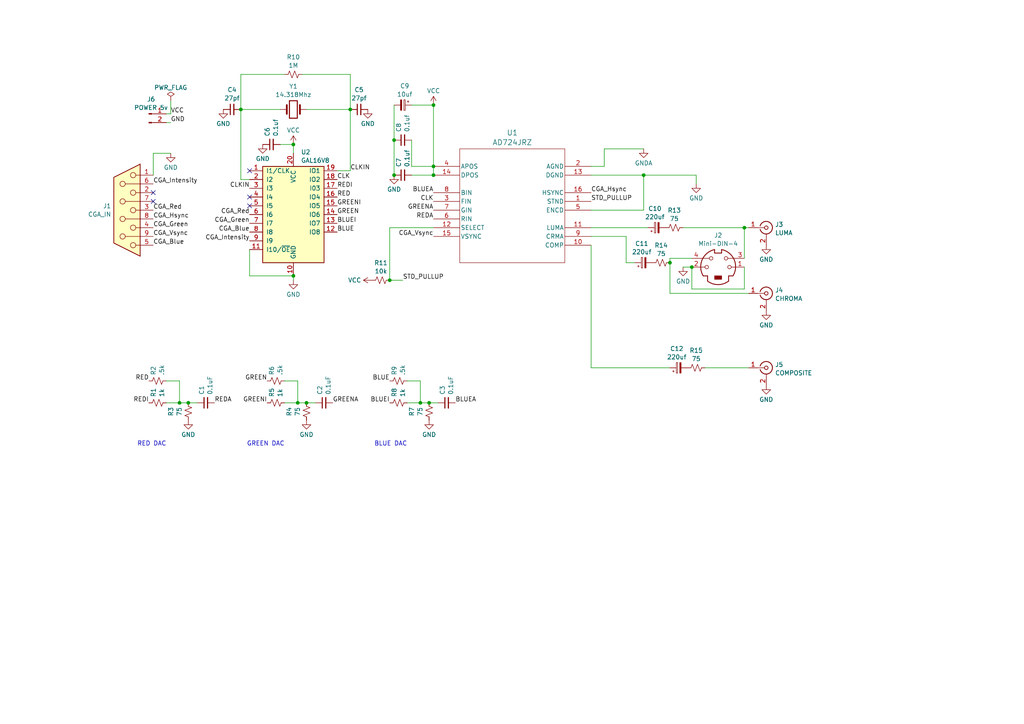
<source format=kicad_sch>
(kicad_sch (version 20230121) (generator eeschema)

  (uuid 78d84528-0fac-4080-97f1-3e299945ddf1)

  (paper "A4")

  (lib_symbols
    (symbol "Connector:Conn_01x02_Pin" (pin_names (offset 1.016) hide) (in_bom yes) (on_board yes)
      (property "Reference" "J" (at 0 2.54 0)
        (effects (font (size 1.27 1.27)))
      )
      (property "Value" "Conn_01x02_Pin" (at 0 -5.08 0)
        (effects (font (size 1.27 1.27)))
      )
      (property "Footprint" "" (at 0 0 0)
        (effects (font (size 1.27 1.27)) hide)
      )
      (property "Datasheet" "~" (at 0 0 0)
        (effects (font (size 1.27 1.27)) hide)
      )
      (property "ki_locked" "" (at 0 0 0)
        (effects (font (size 1.27 1.27)))
      )
      (property "ki_keywords" "connector" (at 0 0 0)
        (effects (font (size 1.27 1.27)) hide)
      )
      (property "ki_description" "Generic connector, single row, 01x02, script generated" (at 0 0 0)
        (effects (font (size 1.27 1.27)) hide)
      )
      (property "ki_fp_filters" "Connector*:*_1x??_*" (at 0 0 0)
        (effects (font (size 1.27 1.27)) hide)
      )
      (symbol "Conn_01x02_Pin_1_1"
        (polyline
          (pts
            (xy 1.27 -2.54)
            (xy 0.8636 -2.54)
          )
          (stroke (width 0.1524) (type default))
          (fill (type none))
        )
        (polyline
          (pts
            (xy 1.27 0)
            (xy 0.8636 0)
          )
          (stroke (width 0.1524) (type default))
          (fill (type none))
        )
        (rectangle (start 0.8636 -2.413) (end 0 -2.667)
          (stroke (width 0.1524) (type default))
          (fill (type outline))
        )
        (rectangle (start 0.8636 0.127) (end 0 -0.127)
          (stroke (width 0.1524) (type default))
          (fill (type outline))
        )
        (pin passive line (at 5.08 0 180) (length 3.81)
          (name "Pin_1" (effects (font (size 1.27 1.27))))
          (number "1" (effects (font (size 1.27 1.27))))
        )
        (pin passive line (at 5.08 -2.54 180) (length 3.81)
          (name "Pin_2" (effects (font (size 1.27 1.27))))
          (number "2" (effects (font (size 1.27 1.27))))
        )
      )
    )
    (symbol "Connector:Conn_Coaxial" (pin_names (offset 1.016) hide) (in_bom yes) (on_board yes)
      (property "Reference" "J" (at 0.254 3.048 0)
        (effects (font (size 1.27 1.27)))
      )
      (property "Value" "Conn_Coaxial" (at 2.921 0 90)
        (effects (font (size 1.27 1.27)))
      )
      (property "Footprint" "" (at 0 0 0)
        (effects (font (size 1.27 1.27)) hide)
      )
      (property "Datasheet" " ~" (at 0 0 0)
        (effects (font (size 1.27 1.27)) hide)
      )
      (property "ki_keywords" "BNC SMA SMB SMC LEMO coaxial connector CINCH RCA" (at 0 0 0)
        (effects (font (size 1.27 1.27)) hide)
      )
      (property "ki_description" "coaxial connector (BNC, SMA, SMB, SMC, Cinch/RCA, LEMO, ...)" (at 0 0 0)
        (effects (font (size 1.27 1.27)) hide)
      )
      (property "ki_fp_filters" "*BNC* *SMA* *SMB* *SMC* *Cinch* *LEMO*" (at 0 0 0)
        (effects (font (size 1.27 1.27)) hide)
      )
      (symbol "Conn_Coaxial_0_1"
        (arc (start -1.778 -0.508) (mid 0.2311 -1.8066) (end 1.778 0)
          (stroke (width 0.254) (type default))
          (fill (type none))
        )
        (polyline
          (pts
            (xy -2.54 0)
            (xy -0.508 0)
          )
          (stroke (width 0) (type default))
          (fill (type none))
        )
        (polyline
          (pts
            (xy 0 -2.54)
            (xy 0 -1.778)
          )
          (stroke (width 0) (type default))
          (fill (type none))
        )
        (circle (center 0 0) (radius 0.508)
          (stroke (width 0.2032) (type default))
          (fill (type none))
        )
        (arc (start 1.778 0) (mid 0.2099 1.8101) (end -1.778 0.508)
          (stroke (width 0.254) (type default))
          (fill (type none))
        )
      )
      (symbol "Conn_Coaxial_1_1"
        (pin passive line (at -5.08 0 0) (length 2.54)
          (name "In" (effects (font (size 1.27 1.27))))
          (number "1" (effects (font (size 1.27 1.27))))
        )
        (pin passive line (at 0 -5.08 90) (length 2.54)
          (name "Ext" (effects (font (size 1.27 1.27))))
          (number "2" (effects (font (size 1.27 1.27))))
        )
      )
    )
    (symbol "Connector:DE9_Receptacle" (pin_names (offset 1.016) hide) (in_bom yes) (on_board yes)
      (property "Reference" "J" (at 0 13.97 0)
        (effects (font (size 1.27 1.27)))
      )
      (property "Value" "DE9_Receptacle" (at 0 -14.605 0)
        (effects (font (size 1.27 1.27)))
      )
      (property "Footprint" "" (at 0 0 0)
        (effects (font (size 1.27 1.27)) hide)
      )
      (property "Datasheet" " ~" (at 0 0 0)
        (effects (font (size 1.27 1.27)) hide)
      )
      (property "ki_keywords" "connector receptacle female D-SUB DB9" (at 0 0 0)
        (effects (font (size 1.27 1.27)) hide)
      )
      (property "ki_description" "9-pin female receptacle socket D-SUB connector" (at 0 0 0)
        (effects (font (size 1.27 1.27)) hide)
      )
      (property "ki_fp_filters" "DSUB*Female*" (at 0 0 0)
        (effects (font (size 1.27 1.27)) hide)
      )
      (symbol "DE9_Receptacle_0_1"
        (circle (center -1.778 -10.16) (radius 0.762)
          (stroke (width 0) (type default))
          (fill (type none))
        )
        (circle (center -1.778 -5.08) (radius 0.762)
          (stroke (width 0) (type default))
          (fill (type none))
        )
        (circle (center -1.778 0) (radius 0.762)
          (stroke (width 0) (type default))
          (fill (type none))
        )
        (circle (center -1.778 5.08) (radius 0.762)
          (stroke (width 0) (type default))
          (fill (type none))
        )
        (circle (center -1.778 10.16) (radius 0.762)
          (stroke (width 0) (type default))
          (fill (type none))
        )
        (polyline
          (pts
            (xy -3.81 -10.16)
            (xy -2.54 -10.16)
          )
          (stroke (width 0) (type default))
          (fill (type none))
        )
        (polyline
          (pts
            (xy -3.81 -7.62)
            (xy 0.508 -7.62)
          )
          (stroke (width 0) (type default))
          (fill (type none))
        )
        (polyline
          (pts
            (xy -3.81 -5.08)
            (xy -2.54 -5.08)
          )
          (stroke (width 0) (type default))
          (fill (type none))
        )
        (polyline
          (pts
            (xy -3.81 -2.54)
            (xy 0.508 -2.54)
          )
          (stroke (width 0) (type default))
          (fill (type none))
        )
        (polyline
          (pts
            (xy -3.81 0)
            (xy -2.54 0)
          )
          (stroke (width 0) (type default))
          (fill (type none))
        )
        (polyline
          (pts
            (xy -3.81 2.54)
            (xy 0.508 2.54)
          )
          (stroke (width 0) (type default))
          (fill (type none))
        )
        (polyline
          (pts
            (xy -3.81 5.08)
            (xy -2.54 5.08)
          )
          (stroke (width 0) (type default))
          (fill (type none))
        )
        (polyline
          (pts
            (xy -3.81 7.62)
            (xy 0.508 7.62)
          )
          (stroke (width 0) (type default))
          (fill (type none))
        )
        (polyline
          (pts
            (xy -3.81 10.16)
            (xy -2.54 10.16)
          )
          (stroke (width 0) (type default))
          (fill (type none))
        )
        (polyline
          (pts
            (xy -3.81 13.335)
            (xy -3.81 -13.335)
            (xy 3.81 -9.525)
            (xy 3.81 9.525)
            (xy -3.81 13.335)
          )
          (stroke (width 0.254) (type default))
          (fill (type background))
        )
        (circle (center 1.27 -7.62) (radius 0.762)
          (stroke (width 0) (type default))
          (fill (type none))
        )
        (circle (center 1.27 -2.54) (radius 0.762)
          (stroke (width 0) (type default))
          (fill (type none))
        )
        (circle (center 1.27 2.54) (radius 0.762)
          (stroke (width 0) (type default))
          (fill (type none))
        )
        (circle (center 1.27 7.62) (radius 0.762)
          (stroke (width 0) (type default))
          (fill (type none))
        )
      )
      (symbol "DE9_Receptacle_1_1"
        (pin passive line (at -7.62 10.16 0) (length 3.81)
          (name "1" (effects (font (size 1.27 1.27))))
          (number "1" (effects (font (size 1.27 1.27))))
        )
        (pin passive line (at -7.62 5.08 0) (length 3.81)
          (name "2" (effects (font (size 1.27 1.27))))
          (number "2" (effects (font (size 1.27 1.27))))
        )
        (pin passive line (at -7.62 0 0) (length 3.81)
          (name "3" (effects (font (size 1.27 1.27))))
          (number "3" (effects (font (size 1.27 1.27))))
        )
        (pin passive line (at -7.62 -5.08 0) (length 3.81)
          (name "4" (effects (font (size 1.27 1.27))))
          (number "4" (effects (font (size 1.27 1.27))))
        )
        (pin passive line (at -7.62 -10.16 0) (length 3.81)
          (name "5" (effects (font (size 1.27 1.27))))
          (number "5" (effects (font (size 1.27 1.27))))
        )
        (pin passive line (at -7.62 7.62 0) (length 3.81)
          (name "6" (effects (font (size 1.27 1.27))))
          (number "6" (effects (font (size 1.27 1.27))))
        )
        (pin passive line (at -7.62 2.54 0) (length 3.81)
          (name "7" (effects (font (size 1.27 1.27))))
          (number "7" (effects (font (size 1.27 1.27))))
        )
        (pin passive line (at -7.62 -2.54 0) (length 3.81)
          (name "8" (effects (font (size 1.27 1.27))))
          (number "8" (effects (font (size 1.27 1.27))))
        )
        (pin passive line (at -7.62 -7.62 0) (length 3.81)
          (name "9" (effects (font (size 1.27 1.27))))
          (number "9" (effects (font (size 1.27 1.27))))
        )
      )
    )
    (symbol "Connector:Mini-DIN-4" (pin_names (offset 1.016)) (in_bom yes) (on_board yes)
      (property "Reference" "J" (at 0 6.35 0)
        (effects (font (size 1.27 1.27)))
      )
      (property "Value" "Mini-DIN-4" (at 0 -6.35 0)
        (effects (font (size 1.27 1.27)))
      )
      (property "Footprint" "" (at 0 0 0)
        (effects (font (size 1.27 1.27)) hide)
      )
      (property "Datasheet" "http://service.powerdynamics.com/ec/Catalog17/Section%2011.pdf" (at 0 0 0)
        (effects (font (size 1.27 1.27)) hide)
      )
      (property "ki_keywords" "Mini-DIN" (at 0 0 0)
        (effects (font (size 1.27 1.27)) hide)
      )
      (property "ki_description" "4-pin Mini-DIN connector" (at 0 0 0)
        (effects (font (size 1.27 1.27)) hide)
      )
      (property "ki_fp_filters" "MINI?DIN*" (at 0 0 0)
        (effects (font (size 1.27 1.27)) hide)
      )
      (symbol "Mini-DIN-4_0_1"
        (circle (center -3.302 0) (radius 0.508)
          (stroke (width 0) (type default))
          (fill (type none))
        )
        (arc (start -3.048 -4.064) (mid 0 -5.08) (end 3.048 -4.064)
          (stroke (width 0.254) (type default))
          (fill (type none))
        )
        (circle (center -2.032 2.54) (radius 0.508)
          (stroke (width 0) (type default))
          (fill (type none))
        )
        (rectangle (start -1.016 -2.54) (end 1.016 -3.556)
          (stroke (width 0) (type default))
          (fill (type outline))
        )
        (arc (start -1.016 5.08) (mid -4.6228 2.1214) (end -4.318 -2.54)
          (stroke (width 0.254) (type default))
          (fill (type none))
        )
        (polyline
          (pts
            (xy -3.81 0)
            (xy -5.08 0)
          )
          (stroke (width 0) (type default))
          (fill (type none))
        )
        (polyline
          (pts
            (xy -2.54 2.54)
            (xy -5.08 2.54)
          )
          (stroke (width 0) (type default))
          (fill (type none))
        )
        (polyline
          (pts
            (xy 2.794 2.54)
            (xy 5.08 2.54)
          )
          (stroke (width 0) (type default))
          (fill (type none))
        )
        (polyline
          (pts
            (xy 5.08 0)
            (xy 3.81 0)
          )
          (stroke (width 0) (type default))
          (fill (type none))
        )
        (polyline
          (pts
            (xy -4.318 -2.54)
            (xy -3.048 -2.54)
            (xy -3.048 -4.064)
          )
          (stroke (width 0.254) (type default))
          (fill (type none))
        )
        (polyline
          (pts
            (xy 4.318 -2.54)
            (xy 3.048 -2.54)
            (xy 3.048 -4.064)
          )
          (stroke (width 0.254) (type default))
          (fill (type none))
        )
        (polyline
          (pts
            (xy -1.016 5.08)
            (xy -1.016 4.064)
            (xy 1.016 4.064)
            (xy 1.016 5.08)
          )
          (stroke (width 0.254) (type default))
          (fill (type none))
        )
        (circle (center 2.286 2.54) (radius 0.508)
          (stroke (width 0) (type default))
          (fill (type none))
        )
        (circle (center 3.302 0) (radius 0.508)
          (stroke (width 0) (type default))
          (fill (type none))
        )
        (arc (start 4.318 -2.54) (mid 4.6661 2.1322) (end 1.016 5.08)
          (stroke (width 0.254) (type default))
          (fill (type none))
        )
      )
      (symbol "Mini-DIN-4_1_1"
        (pin passive line (at 7.62 0 180) (length 2.54)
          (name "~" (effects (font (size 1.27 1.27))))
          (number "1" (effects (font (size 1.27 1.27))))
        )
        (pin passive line (at -7.62 0 0) (length 2.54)
          (name "~" (effects (font (size 1.27 1.27))))
          (number "2" (effects (font (size 1.27 1.27))))
        )
        (pin passive line (at 7.62 2.54 180) (length 2.54)
          (name "~" (effects (font (size 1.27 1.27))))
          (number "3" (effects (font (size 1.27 1.27))))
        )
        (pin passive line (at -7.62 2.54 0) (length 2.54)
          (name "~" (effects (font (size 1.27 1.27))))
          (number "4" (effects (font (size 1.27 1.27))))
        )
      )
    )
    (symbol "Device:C_Polarized_Small" (pin_numbers hide) (pin_names (offset 0.254) hide) (in_bom yes) (on_board yes)
      (property "Reference" "C" (at 0.254 1.778 0)
        (effects (font (size 1.27 1.27)) (justify left))
      )
      (property "Value" "C_Polarized_Small" (at 0.254 -2.032 0)
        (effects (font (size 1.27 1.27)) (justify left))
      )
      (property "Footprint" "" (at 0 0 0)
        (effects (font (size 1.27 1.27)) hide)
      )
      (property "Datasheet" "~" (at 0 0 0)
        (effects (font (size 1.27 1.27)) hide)
      )
      (property "ki_keywords" "cap capacitor" (at 0 0 0)
        (effects (font (size 1.27 1.27)) hide)
      )
      (property "ki_description" "Polarized capacitor, small symbol" (at 0 0 0)
        (effects (font (size 1.27 1.27)) hide)
      )
      (property "ki_fp_filters" "CP_*" (at 0 0 0)
        (effects (font (size 1.27 1.27)) hide)
      )
      (symbol "C_Polarized_Small_0_1"
        (rectangle (start -1.524 -0.3048) (end 1.524 -0.6858)
          (stroke (width 0) (type default))
          (fill (type outline))
        )
        (rectangle (start -1.524 0.6858) (end 1.524 0.3048)
          (stroke (width 0) (type default))
          (fill (type none))
        )
        (polyline
          (pts
            (xy -1.27 1.524)
            (xy -0.762 1.524)
          )
          (stroke (width 0) (type default))
          (fill (type none))
        )
        (polyline
          (pts
            (xy -1.016 1.27)
            (xy -1.016 1.778)
          )
          (stroke (width 0) (type default))
          (fill (type none))
        )
      )
      (symbol "C_Polarized_Small_1_1"
        (pin passive line (at 0 2.54 270) (length 1.8542)
          (name "~" (effects (font (size 1.27 1.27))))
          (number "1" (effects (font (size 1.27 1.27))))
        )
        (pin passive line (at 0 -2.54 90) (length 1.8542)
          (name "~" (effects (font (size 1.27 1.27))))
          (number "2" (effects (font (size 1.27 1.27))))
        )
      )
    )
    (symbol "Device:C_Small" (pin_numbers hide) (pin_names (offset 0.254) hide) (in_bom yes) (on_board yes)
      (property "Reference" "C" (at 0.254 1.778 0)
        (effects (font (size 1.27 1.27)) (justify left))
      )
      (property "Value" "C_Small" (at 0.254 -2.032 0)
        (effects (font (size 1.27 1.27)) (justify left))
      )
      (property "Footprint" "" (at 0 0 0)
        (effects (font (size 1.27 1.27)) hide)
      )
      (property "Datasheet" "~" (at 0 0 0)
        (effects (font (size 1.27 1.27)) hide)
      )
      (property "ki_keywords" "capacitor cap" (at 0 0 0)
        (effects (font (size 1.27 1.27)) hide)
      )
      (property "ki_description" "Unpolarized capacitor, small symbol" (at 0 0 0)
        (effects (font (size 1.27 1.27)) hide)
      )
      (property "ki_fp_filters" "C_*" (at 0 0 0)
        (effects (font (size 1.27 1.27)) hide)
      )
      (symbol "C_Small_0_1"
        (polyline
          (pts
            (xy -1.524 -0.508)
            (xy 1.524 -0.508)
          )
          (stroke (width 0.3302) (type default))
          (fill (type none))
        )
        (polyline
          (pts
            (xy -1.524 0.508)
            (xy 1.524 0.508)
          )
          (stroke (width 0.3048) (type default))
          (fill (type none))
        )
      )
      (symbol "C_Small_1_1"
        (pin passive line (at 0 2.54 270) (length 2.032)
          (name "~" (effects (font (size 1.27 1.27))))
          (number "1" (effects (font (size 1.27 1.27))))
        )
        (pin passive line (at 0 -2.54 90) (length 2.032)
          (name "~" (effects (font (size 1.27 1.27))))
          (number "2" (effects (font (size 1.27 1.27))))
        )
      )
    )
    (symbol "Device:Crystal" (pin_numbers hide) (pin_names (offset 1.016) hide) (in_bom yes) (on_board yes)
      (property "Reference" "Y" (at 0 3.81 0)
        (effects (font (size 1.27 1.27)))
      )
      (property "Value" "Crystal" (at 0 -3.81 0)
        (effects (font (size 1.27 1.27)))
      )
      (property "Footprint" "" (at 0 0 0)
        (effects (font (size 1.27 1.27)) hide)
      )
      (property "Datasheet" "~" (at 0 0 0)
        (effects (font (size 1.27 1.27)) hide)
      )
      (property "ki_keywords" "quartz ceramic resonator oscillator" (at 0 0 0)
        (effects (font (size 1.27 1.27)) hide)
      )
      (property "ki_description" "Two pin crystal" (at 0 0 0)
        (effects (font (size 1.27 1.27)) hide)
      )
      (property "ki_fp_filters" "Crystal*" (at 0 0 0)
        (effects (font (size 1.27 1.27)) hide)
      )
      (symbol "Crystal_0_1"
        (rectangle (start -1.143 2.54) (end 1.143 -2.54)
          (stroke (width 0.3048) (type default))
          (fill (type none))
        )
        (polyline
          (pts
            (xy -2.54 0)
            (xy -1.905 0)
          )
          (stroke (width 0) (type default))
          (fill (type none))
        )
        (polyline
          (pts
            (xy -1.905 -1.27)
            (xy -1.905 1.27)
          )
          (stroke (width 0.508) (type default))
          (fill (type none))
        )
        (polyline
          (pts
            (xy 1.905 -1.27)
            (xy 1.905 1.27)
          )
          (stroke (width 0.508) (type default))
          (fill (type none))
        )
        (polyline
          (pts
            (xy 2.54 0)
            (xy 1.905 0)
          )
          (stroke (width 0) (type default))
          (fill (type none))
        )
      )
      (symbol "Crystal_1_1"
        (pin passive line (at -3.81 0 0) (length 1.27)
          (name "1" (effects (font (size 1.27 1.27))))
          (number "1" (effects (font (size 1.27 1.27))))
        )
        (pin passive line (at 3.81 0 180) (length 1.27)
          (name "2" (effects (font (size 1.27 1.27))))
          (number "2" (effects (font (size 1.27 1.27))))
        )
      )
    )
    (symbol "Device:R_Small_US" (pin_numbers hide) (pin_names (offset 0.254) hide) (in_bom yes) (on_board yes)
      (property "Reference" "R" (at 0.762 0.508 0)
        (effects (font (size 1.27 1.27)) (justify left))
      )
      (property "Value" "R_Small_US" (at 0.762 -1.016 0)
        (effects (font (size 1.27 1.27)) (justify left))
      )
      (property "Footprint" "" (at 0 0 0)
        (effects (font (size 1.27 1.27)) hide)
      )
      (property "Datasheet" "~" (at 0 0 0)
        (effects (font (size 1.27 1.27)) hide)
      )
      (property "ki_keywords" "r resistor" (at 0 0 0)
        (effects (font (size 1.27 1.27)) hide)
      )
      (property "ki_description" "Resistor, small US symbol" (at 0 0 0)
        (effects (font (size 1.27 1.27)) hide)
      )
      (property "ki_fp_filters" "R_*" (at 0 0 0)
        (effects (font (size 1.27 1.27)) hide)
      )
      (symbol "R_Small_US_1_1"
        (polyline
          (pts
            (xy 0 0)
            (xy 1.016 -0.381)
            (xy 0 -0.762)
            (xy -1.016 -1.143)
            (xy 0 -1.524)
          )
          (stroke (width 0) (type default))
          (fill (type none))
        )
        (polyline
          (pts
            (xy 0 1.524)
            (xy 1.016 1.143)
            (xy 0 0.762)
            (xy -1.016 0.381)
            (xy 0 0)
          )
          (stroke (width 0) (type default))
          (fill (type none))
        )
        (pin passive line (at 0 2.54 270) (length 1.016)
          (name "~" (effects (font (size 1.27 1.27))))
          (number "1" (effects (font (size 1.27 1.27))))
        )
        (pin passive line (at 0 -2.54 90) (length 1.016)
          (name "~" (effects (font (size 1.27 1.27))))
          (number "2" (effects (font (size 1.27 1.27))))
        )
      )
    )
    (symbol "Logic_Programmable:GAL16V8" (pin_names (offset 1.016)) (in_bom yes) (on_board yes)
      (property "Reference" "U" (at -8.89 16.51 0)
        (effects (font (size 1.27 1.27)) (justify left))
      )
      (property "Value" "GAL16V8" (at 1.27 16.51 0)
        (effects (font (size 1.27 1.27)) (justify left))
      )
      (property "Footprint" "" (at 0 0 0)
        (effects (font (size 1.27 1.27)) hide)
      )
      (property "Datasheet" "" (at 0 0 0)
        (effects (font (size 1.27 1.27)) hide)
      )
      (property "ki_keywords" "GAL PLD 16V8" (at 0 0 0)
        (effects (font (size 1.27 1.27)) hide)
      )
      (property "ki_description" "Programmable Logic Array, DIP-20/SOIC-20/PLCC-20" (at 0 0 0)
        (effects (font (size 1.27 1.27)) hide)
      )
      (property "ki_fp_filters" "DIP* PDIP* SOIC* SO* PLCC*" (at 0 0 0)
        (effects (font (size 1.27 1.27)) hide)
      )
      (symbol "GAL16V8_0_0"
        (pin power_in line (at 0 -17.78 90) (length 3.81)
          (name "GND" (effects (font (size 1.27 1.27))))
          (number "10" (effects (font (size 1.27 1.27))))
        )
        (pin power_in line (at 0 17.78 270) (length 3.81)
          (name "VCC" (effects (font (size 1.27 1.27))))
          (number "20" (effects (font (size 1.27 1.27))))
        )
      )
      (symbol "GAL16V8_0_1"
        (rectangle (start -8.89 13.97) (end 8.89 -13.97)
          (stroke (width 0.254) (type default))
          (fill (type background))
        )
      )
      (symbol "GAL16V8_1_1"
        (pin input line (at -12.7 12.7 0) (length 3.81)
          (name "I1/CLK" (effects (font (size 1.27 1.27))))
          (number "1" (effects (font (size 1.27 1.27))))
        )
        (pin input line (at -12.7 -10.16 0) (length 3.81)
          (name "I10/~{OE}" (effects (font (size 1.27 1.27))))
          (number "11" (effects (font (size 1.27 1.27))))
        )
        (pin tri_state line (at 12.7 -5.08 180) (length 3.81)
          (name "IO8" (effects (font (size 1.27 1.27))))
          (number "12" (effects (font (size 1.27 1.27))))
        )
        (pin tri_state line (at 12.7 -2.54 180) (length 3.81)
          (name "IO7" (effects (font (size 1.27 1.27))))
          (number "13" (effects (font (size 1.27 1.27))))
        )
        (pin tri_state line (at 12.7 0 180) (length 3.81)
          (name "IO6" (effects (font (size 1.27 1.27))))
          (number "14" (effects (font (size 1.27 1.27))))
        )
        (pin tri_state line (at 12.7 2.54 180) (length 3.81)
          (name "IO5" (effects (font (size 1.27 1.27))))
          (number "15" (effects (font (size 1.27 1.27))))
        )
        (pin tri_state line (at 12.7 5.08 180) (length 3.81)
          (name "IO4" (effects (font (size 1.27 1.27))))
          (number "16" (effects (font (size 1.27 1.27))))
        )
        (pin tri_state line (at 12.7 7.62 180) (length 3.81)
          (name "I03" (effects (font (size 1.27 1.27))))
          (number "17" (effects (font (size 1.27 1.27))))
        )
        (pin tri_state line (at 12.7 10.16 180) (length 3.81)
          (name "IO2" (effects (font (size 1.27 1.27))))
          (number "18" (effects (font (size 1.27 1.27))))
        )
        (pin tri_state line (at 12.7 12.7 180) (length 3.81)
          (name "IO1" (effects (font (size 1.27 1.27))))
          (number "19" (effects (font (size 1.27 1.27))))
        )
        (pin input line (at -12.7 10.16 0) (length 3.81)
          (name "I2" (effects (font (size 1.27 1.27))))
          (number "2" (effects (font (size 1.27 1.27))))
        )
        (pin input line (at -12.7 7.62 0) (length 3.81)
          (name "I3" (effects (font (size 1.27 1.27))))
          (number "3" (effects (font (size 1.27 1.27))))
        )
        (pin input line (at -12.7 5.08 0) (length 3.81)
          (name "I4" (effects (font (size 1.27 1.27))))
          (number "4" (effects (font (size 1.27 1.27))))
        )
        (pin input line (at -12.7 2.54 0) (length 3.81)
          (name "I5" (effects (font (size 1.27 1.27))))
          (number "5" (effects (font (size 1.27 1.27))))
        )
        (pin input line (at -12.7 0 0) (length 3.81)
          (name "I6" (effects (font (size 1.27 1.27))))
          (number "6" (effects (font (size 1.27 1.27))))
        )
        (pin input line (at -12.7 -2.54 0) (length 3.81)
          (name "I7" (effects (font (size 1.27 1.27))))
          (number "7" (effects (font (size 1.27 1.27))))
        )
        (pin input line (at -12.7 -5.08 0) (length 3.81)
          (name "I8" (effects (font (size 1.27 1.27))))
          (number "8" (effects (font (size 1.27 1.27))))
        )
        (pin input line (at -12.7 -7.62 0) (length 3.81)
          (name "I9" (effects (font (size 1.27 1.27))))
          (number "9" (effects (font (size 1.27 1.27))))
        )
      )
    )
    (symbol "power:GND" (power) (pin_names (offset 0)) (in_bom yes) (on_board yes)
      (property "Reference" "#PWR" (at 0 -6.35 0)
        (effects (font (size 1.27 1.27)) hide)
      )
      (property "Value" "GND" (at 0 -3.81 0)
        (effects (font (size 1.27 1.27)))
      )
      (property "Footprint" "" (at 0 0 0)
        (effects (font (size 1.27 1.27)) hide)
      )
      (property "Datasheet" "" (at 0 0 0)
        (effects (font (size 1.27 1.27)) hide)
      )
      (property "ki_keywords" "global power" (at 0 0 0)
        (effects (font (size 1.27 1.27)) hide)
      )
      (property "ki_description" "Power symbol creates a global label with name \"GND\" , ground" (at 0 0 0)
        (effects (font (size 1.27 1.27)) hide)
      )
      (symbol "GND_0_1"
        (polyline
          (pts
            (xy 0 0)
            (xy 0 -1.27)
            (xy 1.27 -1.27)
            (xy 0 -2.54)
            (xy -1.27 -1.27)
            (xy 0 -1.27)
          )
          (stroke (width 0) (type default))
          (fill (type none))
        )
      )
      (symbol "GND_1_1"
        (pin power_in line (at 0 0 270) (length 0) hide
          (name "GND" (effects (font (size 1.27 1.27))))
          (number "1" (effects (font (size 1.27 1.27))))
        )
      )
    )
    (symbol "power:GNDA" (power) (pin_names (offset 0)) (in_bom yes) (on_board yes)
      (property "Reference" "#PWR" (at 0 -6.35 0)
        (effects (font (size 1.27 1.27)) hide)
      )
      (property "Value" "GNDA" (at 0 -3.81 0)
        (effects (font (size 1.27 1.27)))
      )
      (property "Footprint" "" (at 0 0 0)
        (effects (font (size 1.27 1.27)) hide)
      )
      (property "Datasheet" "" (at 0 0 0)
        (effects (font (size 1.27 1.27)) hide)
      )
      (property "ki_keywords" "global power" (at 0 0 0)
        (effects (font (size 1.27 1.27)) hide)
      )
      (property "ki_description" "Power symbol creates a global label with name \"GNDA\" , analog ground" (at 0 0 0)
        (effects (font (size 1.27 1.27)) hide)
      )
      (symbol "GNDA_0_1"
        (polyline
          (pts
            (xy 0 0)
            (xy 0 -1.27)
            (xy 1.27 -1.27)
            (xy 0 -2.54)
            (xy -1.27 -1.27)
            (xy 0 -1.27)
          )
          (stroke (width 0) (type default))
          (fill (type none))
        )
      )
      (symbol "GNDA_1_1"
        (pin power_in line (at 0 0 270) (length 0) hide
          (name "GNDA" (effects (font (size 1.27 1.27))))
          (number "1" (effects (font (size 1.27 1.27))))
        )
      )
    )
    (symbol "power:PWR_FLAG" (power) (pin_numbers hide) (pin_names (offset 0) hide) (in_bom yes) (on_board yes)
      (property "Reference" "#FLG" (at 0 1.905 0)
        (effects (font (size 1.27 1.27)) hide)
      )
      (property "Value" "PWR_FLAG" (at 0 3.81 0)
        (effects (font (size 1.27 1.27)))
      )
      (property "Footprint" "" (at 0 0 0)
        (effects (font (size 1.27 1.27)) hide)
      )
      (property "Datasheet" "~" (at 0 0 0)
        (effects (font (size 1.27 1.27)) hide)
      )
      (property "ki_keywords" "flag power" (at 0 0 0)
        (effects (font (size 1.27 1.27)) hide)
      )
      (property "ki_description" "Special symbol for telling ERC where power comes from" (at 0 0 0)
        (effects (font (size 1.27 1.27)) hide)
      )
      (symbol "PWR_FLAG_0_0"
        (pin power_out line (at 0 0 90) (length 0)
          (name "pwr" (effects (font (size 1.27 1.27))))
          (number "1" (effects (font (size 1.27 1.27))))
        )
      )
      (symbol "PWR_FLAG_0_1"
        (polyline
          (pts
            (xy 0 0)
            (xy 0 1.27)
            (xy -1.016 1.905)
            (xy 0 2.54)
            (xy 1.016 1.905)
            (xy 0 1.27)
          )
          (stroke (width 0) (type default))
          (fill (type none))
        )
      )
    )
    (symbol "power:VCC" (power) (pin_names (offset 0)) (in_bom yes) (on_board yes)
      (property "Reference" "#PWR" (at 0 -3.81 0)
        (effects (font (size 1.27 1.27)) hide)
      )
      (property "Value" "VCC" (at 0 3.81 0)
        (effects (font (size 1.27 1.27)))
      )
      (property "Footprint" "" (at 0 0 0)
        (effects (font (size 1.27 1.27)) hide)
      )
      (property "Datasheet" "" (at 0 0 0)
        (effects (font (size 1.27 1.27)) hide)
      )
      (property "ki_keywords" "global power" (at 0 0 0)
        (effects (font (size 1.27 1.27)) hide)
      )
      (property "ki_description" "Power symbol creates a global label with name \"VCC\"" (at 0 0 0)
        (effects (font (size 1.27 1.27)) hide)
      )
      (symbol "VCC_0_1"
        (polyline
          (pts
            (xy -0.762 1.27)
            (xy 0 2.54)
          )
          (stroke (width 0) (type default))
          (fill (type none))
        )
        (polyline
          (pts
            (xy 0 0)
            (xy 0 2.54)
          )
          (stroke (width 0) (type default))
          (fill (type none))
        )
        (polyline
          (pts
            (xy 0 2.54)
            (xy 0.762 1.27)
          )
          (stroke (width 0) (type default))
          (fill (type none))
        )
      )
      (symbol "VCC_1_1"
        (pin power_in line (at 0 0 90) (length 0) hide
          (name "VCC" (effects (font (size 1.27 1.27))))
          (number "1" (effects (font (size 1.27 1.27))))
        )
      )
    )
    (symbol "vidstuff:AD724JRZ" (pin_names (offset 0.254)) (in_bom yes) (on_board yes)
      (property "Reference" "U" (at 22.86 10.16 0)
        (effects (font (size 1.524 1.524)))
      )
      (property "Value" "AD724JRZ" (at 22.86 7.62 0)
        (effects (font (size 1.524 1.524)))
      )
      (property "Footprint" "RW_16_ADI" (at 0 0 0)
        (effects (font (size 1.27 1.27) italic) hide)
      )
      (property "Datasheet" "AD724JRZ" (at 0 0 0)
        (effects (font (size 1.27 1.27) italic) hide)
      )
      (property "ki_locked" "" (at 0 0 0)
        (effects (font (size 1.27 1.27)))
      )
      (property "ki_keywords" "AD724JRZ" (at 0 0 0)
        (effects (font (size 1.27 1.27)) hide)
      )
      (property "ki_fp_filters" "RW_16_ADI RW_16_ADI-M RW_16_ADI-L" (at 0 0 0)
        (effects (font (size 1.27 1.27)) hide)
      )
      (symbol "AD724JRZ_0_1"
        (polyline
          (pts
            (xy 7.62 -27.94)
            (xy 38.1 -27.94)
          )
          (stroke (width 0.127) (type default))
          (fill (type none))
        )
        (polyline
          (pts
            (xy 7.62 5.08)
            (xy 7.62 -27.94)
          )
          (stroke (width 0.127) (type default))
          (fill (type none))
        )
        (polyline
          (pts
            (xy 38.1 -27.94)
            (xy 38.1 5.08)
          )
          (stroke (width 0.127) (type default))
          (fill (type none))
        )
        (polyline
          (pts
            (xy 38.1 5.08)
            (xy 7.62 5.08)
          )
          (stroke (width 0.127) (type default))
          (fill (type none))
        )
        (pin input line (at 45.72 -10.16 180) (length 7.62)
          (name "STND" (effects (font (size 1.27 1.27))))
          (number "1" (effects (font (size 1.27 1.27))))
        )
        (pin output line (at 45.72 -22.86 180) (length 7.62)
          (name "COMP" (effects (font (size 1.27 1.27))))
          (number "10" (effects (font (size 1.27 1.27))))
        )
        (pin output line (at 45.72 -17.78 180) (length 7.62)
          (name "LUMA" (effects (font (size 1.27 1.27))))
          (number "11" (effects (font (size 1.27 1.27))))
        )
        (pin input line (at 0 -17.78 0) (length 7.62)
          (name "SELECT" (effects (font (size 1.27 1.27))))
          (number "12" (effects (font (size 1.27 1.27))))
        )
        (pin power_out line (at 45.72 -2.54 180) (length 7.62)
          (name "DGND" (effects (font (size 1.27 1.27))))
          (number "13" (effects (font (size 1.27 1.27))))
        )
        (pin power_in line (at 0 -2.54 0) (length 7.62)
          (name "DPOS" (effects (font (size 1.27 1.27))))
          (number "14" (effects (font (size 1.27 1.27))))
        )
        (pin input line (at 0 -20.32 0) (length 7.62)
          (name "VSYNC" (effects (font (size 1.27 1.27))))
          (number "15" (effects (font (size 1.27 1.27))))
        )
        (pin input line (at 45.72 -7.62 180) (length 7.62)
          (name "HSYNC" (effects (font (size 1.27 1.27))))
          (number "16" (effects (font (size 1.27 1.27))))
        )
        (pin power_out line (at 45.72 0 180) (length 7.62)
          (name "AGND" (effects (font (size 1.27 1.27))))
          (number "2" (effects (font (size 1.27 1.27))))
        )
        (pin input line (at 0 -10.16 0) (length 7.62)
          (name "FIN" (effects (font (size 1.27 1.27))))
          (number "3" (effects (font (size 1.27 1.27))))
        )
        (pin power_in line (at 0 0 0) (length 7.62)
          (name "APOS" (effects (font (size 1.27 1.27))))
          (number "4" (effects (font (size 1.27 1.27))))
        )
        (pin input line (at 45.72 -12.7 180) (length 7.62)
          (name "ENCD" (effects (font (size 1.27 1.27))))
          (number "5" (effects (font (size 1.27 1.27))))
        )
        (pin input line (at 0 -15.24 0) (length 7.62)
          (name "RIN" (effects (font (size 1.27 1.27))))
          (number "6" (effects (font (size 1.27 1.27))))
        )
        (pin input line (at 0 -12.7 0) (length 7.62)
          (name "GIN" (effects (font (size 1.27 1.27))))
          (number "7" (effects (font (size 1.27 1.27))))
        )
        (pin input line (at 0 -7.62 0) (length 7.62)
          (name "BIN" (effects (font (size 1.27 1.27))))
          (number "8" (effects (font (size 1.27 1.27))))
        )
        (pin output line (at 45.72 -20.32 180) (length 7.62)
          (name "CRMA" (effects (font (size 1.27 1.27))))
          (number "9" (effects (font (size 1.27 1.27))))
        )
      )
    )
  )

  (junction (at 124.46 116.84) (diameter 0) (color 0 0 0 0)
    (uuid 0498169c-60b5-4ef7-81d6-281f13e5a1a0)
  )
  (junction (at 85.09 41.91) (diameter 0) (color 0 0 0 0)
    (uuid 1694cfbe-4032-44fd-b089-49914a993996)
  )
  (junction (at 125.73 48.26) (diameter 0) (color 0 0 0 0)
    (uuid 18c48658-2431-47c4-9b9e-728b55f51973)
  )
  (junction (at 121.92 116.84) (diameter 0) (color 0 0 0 0)
    (uuid 43e681d3-be2e-41e2-9eff-7dacddb428d8)
  )
  (junction (at 215.9 66.04) (diameter 0) (color 0 0 0 0)
    (uuid 4a095c77-ae6d-4a91-9ded-879d136f785b)
  )
  (junction (at 186.69 50.8) (diameter 0) (color 0 0 0 0)
    (uuid 4af0f881-78c2-481c-8ca8-5b1e5f25d70b)
  )
  (junction (at 85.09 80.01) (diameter 0) (color 0 0 0 0)
    (uuid 644fc8ce-0004-4b46-98b0-b49409680b94)
  )
  (junction (at 88.9 116.84) (diameter 0) (color 0 0 0 0)
    (uuid 6d4db226-a036-4ff0-9d86-7fd3cb78bd03)
  )
  (junction (at 113.03 81.28) (diameter 0) (color 0 0 0 0)
    (uuid 711677bd-6157-4e15-ba1a-411b79e9a718)
  )
  (junction (at 52.07 116.84) (diameter 0) (color 0 0 0 0)
    (uuid 775bdb00-61b0-47bf-851d-888605a0bd66)
  )
  (junction (at 114.3 40.64) (diameter 0) (color 0 0 0 0)
    (uuid 78bdf66c-98a0-42a9-998b-c3e0812cd3a8)
  )
  (junction (at 114.3 50.8) (diameter 0) (color 0 0 0 0)
    (uuid 837ef7ef-b662-43c3-aa09-45fdb5fe9301)
  )
  (junction (at 101.6 31.75) (diameter 0) (color 0 0 0 0)
    (uuid a501cd6f-4221-4515-bde3-567152fd8ad7)
  )
  (junction (at 125.73 30.48) (diameter 0) (color 0 0 0 0)
    (uuid b608c014-44dd-401e-9f18-6a90b52d0ff8)
  )
  (junction (at 125.73 50.8) (diameter 0) (color 0 0 0 0)
    (uuid b6519f1d-11d7-4a76-bd77-cab89924e5b0)
  )
  (junction (at 86.36 116.84) (diameter 0) (color 0 0 0 0)
    (uuid df67abd1-1dee-4220-b142-8a370b518606)
  )
  (junction (at 54.61 116.84) (diameter 0) (color 0 0 0 0)
    (uuid e4884dd5-8bad-4d3e-b6c4-f975c3017355)
  )
  (junction (at 69.85 31.75) (diameter 0) (color 0 0 0 0)
    (uuid e67e6a30-3d13-4b0f-b001-ac0032d405e8)
  )
  (junction (at 194.31 76.2) (diameter 0) (color 0 0 0 0)
    (uuid fd545469-d1fa-480d-9a0b-751e252e95bb)
  )
  (junction (at 200.66 77.47) (diameter 0) (color 0 0 0 0)
    (uuid ff470132-a9f1-415e-8097-d22d0e8f09ee)
  )

  (no_connect (at 72.39 49.53) (uuid 1cf0ada9-580f-4bf8-bd2a-f2038050996d))
  (no_connect (at 44.45 58.42) (uuid 21ffbf24-7506-4843-8731-c3ba42d6cd5c))
  (no_connect (at 72.39 57.15) (uuid 62b7e2f4-c282-41a1-96d3-1ed285f4bef7))
  (no_connect (at 44.45 55.88) (uuid bf6d8f61-9f6f-4f36-94c2-c941a5fad5f1))
  (no_connect (at 72.39 59.69) (uuid ed221f35-b113-4dcf-b260-facc1b91fb18))

  (wire (pts (xy 121.92 110.49) (xy 121.92 116.84))
    (stroke (width 0) (type default))
    (uuid 005c11fb-0a2b-4007-a2eb-30ec17aac48b)
  )
  (wire (pts (xy 198.12 66.04) (xy 215.9 66.04))
    (stroke (width 0) (type default))
    (uuid 03083014-362e-4dfb-b97c-ec7a3a754971)
  )
  (wire (pts (xy 101.6 21.59) (xy 101.6 31.75))
    (stroke (width 0) (type default))
    (uuid 04f0f037-134d-485a-a4db-8411a2493016)
  )
  (wire (pts (xy 69.85 52.07) (xy 72.39 52.07))
    (stroke (width 0) (type default))
    (uuid 054dd3cb-5ed3-4ba8-9c0a-471dbd38ce27)
  )
  (wire (pts (xy 186.69 60.96) (xy 171.45 60.96))
    (stroke (width 0) (type default))
    (uuid 057c040f-f88a-4227-b99c-07dc4644dfb2)
  )
  (wire (pts (xy 116.84 81.28) (xy 113.03 81.28))
    (stroke (width 0) (type default))
    (uuid 09ddb91b-3cce-4805-bf3b-1992a4aa59d5)
  )
  (wire (pts (xy 215.9 83.82) (xy 215.9 77.47))
    (stroke (width 0) (type default))
    (uuid 0bbbaee3-1c59-4074-a826-e07980526bee)
  )
  (wire (pts (xy 119.38 50.8) (xy 125.73 50.8))
    (stroke (width 0) (type default))
    (uuid 0ca5a82f-9cc8-4653-9a61-5e1becd07e20)
  )
  (wire (pts (xy 121.92 116.84) (xy 124.46 116.84))
    (stroke (width 0) (type default))
    (uuid 1491f561-eb6d-462c-9727-b9917233ed4d)
  )
  (wire (pts (xy 82.55 116.84) (xy 86.36 116.84))
    (stroke (width 0) (type default))
    (uuid 151ee4b2-a365-4487-b5f6-61a099bf1258)
  )
  (wire (pts (xy 125.73 30.48) (xy 125.73 48.26))
    (stroke (width 0) (type default))
    (uuid 15f05714-c8f6-438e-a867-599a13ce8e18)
  )
  (wire (pts (xy 101.6 31.75) (xy 101.6 49.53))
    (stroke (width 0) (type default))
    (uuid 1b849d88-79a3-4416-9fe4-28e927d66577)
  )
  (wire (pts (xy 171.45 106.68) (xy 194.31 106.68))
    (stroke (width 0) (type default))
    (uuid 25d0841b-c457-4411-9fe5-2147efe9a144)
  )
  (wire (pts (xy 175.26 48.26) (xy 175.26 43.18))
    (stroke (width 0) (type default))
    (uuid 27bdcf1b-334d-42ad-b3ad-83c0ba433eed)
  )
  (wire (pts (xy 86.36 116.84) (xy 88.9 116.84))
    (stroke (width 0) (type default))
    (uuid 36f611e0-c2d4-4e2d-9c7c-32048e8baafe)
  )
  (wire (pts (xy 69.85 21.59) (xy 69.85 31.75))
    (stroke (width 0) (type default))
    (uuid 3addfcd2-c8a9-417d-a101-8f023a99894b)
  )
  (wire (pts (xy 194.31 76.2) (xy 194.31 74.93))
    (stroke (width 0) (type default))
    (uuid 3d4d4091-e79d-4fda-9b30-5bc6e6e50b6a)
  )
  (wire (pts (xy 175.26 43.18) (xy 186.69 43.18))
    (stroke (width 0) (type default))
    (uuid 3e1e2c17-adfc-4af2-a64f-382bf2e57b1d)
  )
  (wire (pts (xy 49.53 29.21) (xy 49.53 33.02))
    (stroke (width 0) (type default))
    (uuid 46685474-e80c-4721-a5ad-a23f0a1af277)
  )
  (wire (pts (xy 181.61 68.58) (xy 181.61 76.2))
    (stroke (width 0) (type default))
    (uuid 4961d593-d829-413c-88ec-6dec16d8d378)
  )
  (wire (pts (xy 101.6 49.53) (xy 97.79 49.53))
    (stroke (width 0) (type default))
    (uuid 50ab3e59-9d65-46e2-a8af-c239052c5803)
  )
  (wire (pts (xy 114.3 40.64) (xy 114.3 50.8))
    (stroke (width 0) (type default))
    (uuid 5179de2f-69df-4989-ab55-71a97994776b)
  )
  (wire (pts (xy 186.69 50.8) (xy 201.93 50.8))
    (stroke (width 0) (type default))
    (uuid 5258d9c3-f098-4517-9954-0cec2a6f1432)
  )
  (wire (pts (xy 87.63 21.59) (xy 101.6 21.59))
    (stroke (width 0) (type default))
    (uuid 53ec7d81-a437-40a3-aa88-527dd8944de3)
  )
  (wire (pts (xy 171.45 50.8) (xy 186.69 50.8))
    (stroke (width 0) (type default))
    (uuid 579ffe62-7c2a-49db-b902-64caef1375d2)
  )
  (wire (pts (xy 118.11 116.84) (xy 121.92 116.84))
    (stroke (width 0) (type default))
    (uuid 5ae402ea-e031-4493-9ed4-7a4091563333)
  )
  (wire (pts (xy 200.66 83.82) (xy 215.9 83.82))
    (stroke (width 0) (type default))
    (uuid 6b20caa8-6147-436e-8bb2-965d29a13777)
  )
  (wire (pts (xy 54.61 116.84) (xy 57.15 116.84))
    (stroke (width 0) (type default))
    (uuid 6c3cd2d4-05a1-41e5-b515-3800f52fadfc)
  )
  (wire (pts (xy 200.66 77.47) (xy 200.66 83.82))
    (stroke (width 0) (type default))
    (uuid 6eb20a0a-f1d2-4e27-8ef2-8ac9f260b1c1)
  )
  (wire (pts (xy 114.3 30.48) (xy 114.3 40.64))
    (stroke (width 0) (type default))
    (uuid 6fee3938-8469-4f21-a869-4a93387d4ebf)
  )
  (wire (pts (xy 194.31 74.93) (xy 200.66 74.93))
    (stroke (width 0) (type default))
    (uuid 7897d7a9-fb15-488f-bc1e-343fdf3227fe)
  )
  (wire (pts (xy 88.9 31.75) (xy 101.6 31.75))
    (stroke (width 0) (type default))
    (uuid 7e1643a4-8601-4b17-8dbe-0b475ade6144)
  )
  (wire (pts (xy 81.28 31.75) (xy 69.85 31.75))
    (stroke (width 0) (type default))
    (uuid 7f04d1ee-7a4e-426c-84a6-eac23f9581c4)
  )
  (wire (pts (xy 85.09 80.01) (xy 85.09 81.28))
    (stroke (width 0) (type default))
    (uuid 84f4ca0c-b700-40ac-97c5-da9c2c6cdfe7)
  )
  (wire (pts (xy 72.39 80.01) (xy 85.09 80.01))
    (stroke (width 0) (type default))
    (uuid 86220320-036f-4a9f-8f45-d14734e94536)
  )
  (wire (pts (xy 118.11 110.49) (xy 121.92 110.49))
    (stroke (width 0) (type default))
    (uuid 87c0eb41-5278-4bb7-b2b0-49b81c78d07c)
  )
  (wire (pts (xy 88.9 116.84) (xy 91.44 116.84))
    (stroke (width 0) (type default))
    (uuid 94292ffa-596d-4d42-9ca5-614e226870d9)
  )
  (wire (pts (xy 175.26 48.26) (xy 171.45 48.26))
    (stroke (width 0) (type default))
    (uuid 97335656-8323-4a7d-bab4-07f335c089e5)
  )
  (wire (pts (xy 187.96 66.04) (xy 171.45 66.04))
    (stroke (width 0) (type default))
    (uuid 97cdd2b5-23ce-4558-b5f5-d4558a639525)
  )
  (wire (pts (xy 82.55 21.59) (xy 69.85 21.59))
    (stroke (width 0) (type default))
    (uuid 98b3957e-f7c6-44f8-9398-c5cc52cea25c)
  )
  (wire (pts (xy 113.03 66.04) (xy 113.03 81.28))
    (stroke (width 0) (type default))
    (uuid 9ca049c6-027e-41fa-926f-0724650b36f3)
  )
  (wire (pts (xy 125.73 48.26) (xy 125.73 50.8))
    (stroke (width 0) (type default))
    (uuid 9e77d113-ade2-4557-bfb9-8d99a34d0bf3)
  )
  (wire (pts (xy 48.26 110.49) (xy 52.07 110.49))
    (stroke (width 0) (type default))
    (uuid ac5e33ae-5b91-4d85-91c5-40d208853bbc)
  )
  (wire (pts (xy 48.26 116.84) (xy 52.07 116.84))
    (stroke (width 0) (type default))
    (uuid adb1613c-a44c-4147-86fd-f15db25980ec)
  )
  (wire (pts (xy 44.45 44.45) (xy 49.53 44.45))
    (stroke (width 0) (type default))
    (uuid af28f400-3b90-4356-b901-e46ac00068a8)
  )
  (wire (pts (xy 52.07 116.84) (xy 54.61 116.84))
    (stroke (width 0) (type default))
    (uuid b16eba1a-76f0-446f-8d39-61e63739e50a)
  )
  (wire (pts (xy 215.9 66.04) (xy 215.9 74.93))
    (stroke (width 0) (type default))
    (uuid b2df0383-4383-495f-a8f6-92d9c1626ecb)
  )
  (wire (pts (xy 72.39 72.39) (xy 72.39 80.01))
    (stroke (width 0) (type default))
    (uuid b2fb7e96-81f5-4417-ac79-797c4bc3da26)
  )
  (wire (pts (xy 86.36 110.49) (xy 86.36 116.84))
    (stroke (width 0) (type default))
    (uuid b57f98ae-e014-419b-8123-33f9a681e8ba)
  )
  (wire (pts (xy 119.38 30.48) (xy 125.73 30.48))
    (stroke (width 0) (type default))
    (uuid b9489ee5-3128-4b08-89f5-02a8fdd274f2)
  )
  (wire (pts (xy 119.38 48.26) (xy 119.38 40.64))
    (stroke (width 0) (type default))
    (uuid c1a33a38-fa1a-4e79-8a34-5a6eb6751101)
  )
  (wire (pts (xy 171.45 68.58) (xy 181.61 68.58))
    (stroke (width 0) (type default))
    (uuid c21b81c4-a04e-4f54-8103-dac40329a861)
  )
  (wire (pts (xy 204.47 106.68) (xy 217.17 106.68))
    (stroke (width 0) (type default))
    (uuid cb043b33-6c9f-4141-b008-74c28fe842a3)
  )
  (wire (pts (xy 125.73 66.04) (xy 113.03 66.04))
    (stroke (width 0) (type default))
    (uuid cc4921c4-6947-422d-becf-6fab34c0f1e6)
  )
  (wire (pts (xy 69.85 31.75) (xy 69.85 52.07))
    (stroke (width 0) (type default))
    (uuid cca5fbc1-be94-4f7e-9bfb-9fd1da93deee)
  )
  (wire (pts (xy 198.12 77.47) (xy 200.66 77.47))
    (stroke (width 0) (type default))
    (uuid cd9e4d1a-33ab-4042-b20a-78cfd57dfa65)
  )
  (wire (pts (xy 52.07 110.49) (xy 52.07 116.84))
    (stroke (width 0) (type default))
    (uuid cf71fe38-939e-4252-b62a-1ea3fdaf1fd5)
  )
  (wire (pts (xy 171.45 71.12) (xy 171.45 106.68))
    (stroke (width 0) (type default))
    (uuid d21107ad-1f9b-4c59-b4ae-88ce67df1c79)
  )
  (wire (pts (xy 49.53 33.02) (xy 48.26 33.02))
    (stroke (width 0) (type default))
    (uuid d89e76ce-e3f2-4f17-b5b3-eb928996a788)
  )
  (wire (pts (xy 44.45 50.8) (xy 44.45 44.45))
    (stroke (width 0) (type default))
    (uuid dcabad97-4964-400d-a782-87de8c9e9bed)
  )
  (wire (pts (xy 194.31 76.2) (xy 194.31 85.09))
    (stroke (width 0) (type default))
    (uuid e075b333-2e7a-4ebd-89d1-2dabe8481a8b)
  )
  (wire (pts (xy 81.28 41.91) (xy 85.09 41.91))
    (stroke (width 0) (type default))
    (uuid e67fbc76-ebc7-4a27-9e33-a4442ec4bd46)
  )
  (wire (pts (xy 82.55 110.49) (xy 86.36 110.49))
    (stroke (width 0) (type default))
    (uuid e7756381-3145-42fe-b625-ae6559cd2db7)
  )
  (wire (pts (xy 194.31 85.09) (xy 217.17 85.09))
    (stroke (width 0) (type default))
    (uuid ea0b4306-a0df-4af7-9546-84bcf9c0f4e7)
  )
  (wire (pts (xy 49.53 35.56) (xy 48.26 35.56))
    (stroke (width 0) (type default))
    (uuid efb220ec-060f-47aa-b5bc-14e523097ff7)
  )
  (wire (pts (xy 181.61 76.2) (xy 184.15 76.2))
    (stroke (width 0) (type default))
    (uuid f1a19819-2bb2-4df9-85d7-c5f542de95a2)
  )
  (wire (pts (xy 124.46 116.84) (xy 127 116.84))
    (stroke (width 0) (type default))
    (uuid f582e6c9-605b-4d11-a830-69a9725565ff)
  )
  (wire (pts (xy 125.73 48.26) (xy 119.38 48.26))
    (stroke (width 0) (type default))
    (uuid f787d68a-6b7d-4577-8028-24e333bfc8e9)
  )
  (wire (pts (xy 215.9 66.04) (xy 217.17 66.04))
    (stroke (width 0) (type default))
    (uuid f95c8ddd-bb51-463d-86dd-a2033a02d19a)
  )
  (wire (pts (xy 201.93 50.8) (xy 201.93 53.34))
    (stroke (width 0) (type default))
    (uuid fc9cc636-03ce-4c3b-8955-1d1237045edb)
  )
  (wire (pts (xy 85.09 41.91) (xy 85.09 44.45))
    (stroke (width 0) (type default))
    (uuid fcad5ef2-9c09-497a-8ef7-dd7d3099bba1)
  )
  (wire (pts (xy 186.69 50.8) (xy 186.69 60.96))
    (stroke (width 0) (type default))
    (uuid fe075c74-8773-4730-8f36-db157483f4b3)
  )

  (text "RED DAC" (at 48.26 129.54 0)
    (effects (font (size 1.27 1.27)) (justify right bottom))
    (uuid 8e2a3d62-3290-46b6-b7f3-603f6e751ce1)
  )
  (text "GREEN DAC" (at 82.55 129.54 0)
    (effects (font (size 1.27 1.27)) (justify right bottom))
    (uuid c23dc0da-26fb-4ddc-94a1-d8411bbd01b2)
  )
  (text "BLUE DAC" (at 118.11 129.54 0)
    (effects (font (size 1.27 1.27)) (justify right bottom))
    (uuid e5f0fc93-11ea-433a-95ed-4706c6cc5567)
  )

  (label "CLK" (at 97.79 52.07 0) (fields_autoplaced)
    (effects (font (size 1.27 1.27)) (justify left bottom))
    (uuid 0491f4dd-19e5-428c-b145-6f4a9b850596)
  )
  (label "REDI" (at 43.18 116.84 180) (fields_autoplaced)
    (effects (font (size 1.27 1.27)) (justify right bottom))
    (uuid 0ac70ea4-5b88-418e-a5f1-40b4a7ac1a2f)
  )
  (label "GREENA" (at 125.73 60.96 180) (fields_autoplaced)
    (effects (font (size 1.27 1.27)) (justify right bottom))
    (uuid 1b9e1b31-396e-4816-a3e8-cf24a3620b46)
  )
  (label "GREENI" (at 77.47 116.84 180) (fields_autoplaced)
    (effects (font (size 1.27 1.27)) (justify right bottom))
    (uuid 2399cefe-e958-4e7c-a3ce-095e1544fcf3)
  )
  (label "CGA_Hsync" (at 171.45 55.88 0) (fields_autoplaced)
    (effects (font (size 1.27 1.27)) (justify left bottom))
    (uuid 24e00bd3-f5d4-40d4-85bc-1a628e94220d)
  )
  (label "CLKIN" (at 101.6 49.53 0) (fields_autoplaced)
    (effects (font (size 1.27 1.27)) (justify left bottom))
    (uuid 3e10cec2-3e19-4e93-8006-196b59535e29)
  )
  (label "GREENA" (at 96.52 116.84 0) (fields_autoplaced)
    (effects (font (size 1.27 1.27)) (justify left bottom))
    (uuid 49cc7d23-e80c-44a4-8d4a-9df194c07455)
  )
  (label "CLKIN" (at 72.39 54.61 180) (fields_autoplaced)
    (effects (font (size 1.27 1.27)) (justify right bottom))
    (uuid 4b3c4c1e-74ab-477d-890f-2cfd07707ba7)
  )
  (label "RED" (at 43.18 110.49 180) (fields_autoplaced)
    (effects (font (size 1.27 1.27)) (justify right bottom))
    (uuid 535de716-ca85-4e90-9f87-4c536ade2c4b)
  )
  (label "GREEN" (at 77.47 110.49 180) (fields_autoplaced)
    (effects (font (size 1.27 1.27)) (justify right bottom))
    (uuid 5879d41e-6553-42fa-8a3b-cbb8f22259a9)
  )
  (label "GREEN" (at 97.79 62.23 0) (fields_autoplaced)
    (effects (font (size 1.27 1.27)) (justify left bottom))
    (uuid 77aca71e-ae67-4c78-89de-17677e7d23cc)
  )
  (label "CGA_Blue" (at 44.45 71.12 0) (fields_autoplaced)
    (effects (font (size 1.27 1.27)) (justify left bottom))
    (uuid 84eb1644-d204-4c71-8240-729d10e0129d)
  )
  (label "BLUE" (at 97.79 67.31 0) (fields_autoplaced)
    (effects (font (size 1.27 1.27)) (justify left bottom))
    (uuid 87fbef10-5e55-4212-8715-6ed03630b164)
  )
  (label "BLUE" (at 113.03 110.49 180) (fields_autoplaced)
    (effects (font (size 1.27 1.27)) (justify right bottom))
    (uuid 89a246c3-fe92-4cd3-9742-c1a40f0818bc)
  )
  (label "CGA_Blue" (at 72.39 67.31 180) (fields_autoplaced)
    (effects (font (size 1.27 1.27)) (justify right bottom))
    (uuid 9d850b6e-de65-46ef-a8de-f98d61061c43)
  )
  (label "GND" (at 49.53 35.56 0) (fields_autoplaced)
    (effects (font (size 1.27 1.27)) (justify left bottom))
    (uuid 9fae283c-6820-4aa4-94ec-54232b0d857b)
  )
  (label "VCC" (at 49.53 33.02 0) (fields_autoplaced)
    (effects (font (size 1.27 1.27)) (justify left bottom))
    (uuid b248c5dc-114f-41ef-a43d-21e26945bba1)
  )
  (label "RED" (at 97.79 57.15 0) (fields_autoplaced)
    (effects (font (size 1.27 1.27)) (justify left bottom))
    (uuid b4721837-cb25-422d-83d9-ade457136c8a)
  )
  (label "BLUEA" (at 125.73 55.88 180) (fields_autoplaced)
    (effects (font (size 1.27 1.27)) (justify right bottom))
    (uuid b7a262c9-ac7f-44b0-8511-00550b97f770)
  )
  (label "CGA_Red" (at 72.39 62.23 180) (fields_autoplaced)
    (effects (font (size 1.27 1.27)) (justify right bottom))
    (uuid bb61458f-1417-4692-b776-65c15af53de2)
  )
  (label "CGA_Intensity" (at 72.39 69.85 180) (fields_autoplaced)
    (effects (font (size 1.27 1.27)) (justify right bottom))
    (uuid bfd3e760-8162-4c89-83df-258e508e3f25)
  )
  (label "STD_PULLUP" (at 116.84 81.28 0) (fields_autoplaced)
    (effects (font (size 1.27 1.27)) (justify left bottom))
    (uuid c3305a1a-9986-4340-96df-a4477ea9e10d)
  )
  (label "CLK" (at 125.73 58.42 180) (fields_autoplaced)
    (effects (font (size 1.27 1.27)) (justify right bottom))
    (uuid c50e3f38-a30b-45bc-8d86-f7ceb1e456ae)
  )
  (label "CGA_Intensity" (at 44.45 53.34 0) (fields_autoplaced)
    (effects (font (size 1.27 1.27)) (justify left bottom))
    (uuid c6bf9747-8281-40de-a524-85922c266da7)
  )
  (label "GREENI" (at 97.79 59.69 0) (fields_autoplaced)
    (effects (font (size 1.27 1.27)) (justify left bottom))
    (uuid cb45d6c4-1790-49fe-9dc0-5ddfc0c1a197)
  )
  (label "CGA_Vsync" (at 44.45 68.58 0) (fields_autoplaced)
    (effects (font (size 1.27 1.27)) (justify left bottom))
    (uuid cbf93263-c416-4451-bae2-67aeadff9f6a)
  )
  (label "BLUEI" (at 97.79 64.77 0) (fields_autoplaced)
    (effects (font (size 1.27 1.27)) (justify left bottom))
    (uuid cf552aa6-1da1-4131-8dbb-5408f5e6491d)
  )
  (label "CGA_Green" (at 72.39 64.77 180) (fields_autoplaced)
    (effects (font (size 1.27 1.27)) (justify right bottom))
    (uuid d3c1b872-0468-418b-9184-1894664a7607)
  )
  (label "REDI" (at 97.79 54.61 0) (fields_autoplaced)
    (effects (font (size 1.27 1.27)) (justify left bottom))
    (uuid d4fc72b7-cdd6-4249-a1a8-df7fca0be377)
  )
  (label "REDA" (at 62.23 116.84 0) (fields_autoplaced)
    (effects (font (size 1.27 1.27)) (justify left bottom))
    (uuid d877e2a4-a187-4455-a3ee-41685f0a6224)
  )
  (label "BLUEA" (at 132.08 116.84 0) (fields_autoplaced)
    (effects (font (size 1.27 1.27)) (justify left bottom))
    (uuid de463176-151f-4cc2-a7a3-5fdc60bfc67a)
  )
  (label "STD_PULLUP" (at 171.45 58.42 0) (fields_autoplaced)
    (effects (font (size 1.27 1.27)) (justify left bottom))
    (uuid e269d93c-8b71-473c-9079-a6297a9a700f)
  )
  (label "CGA_Hsync" (at 44.45 63.5 0) (fields_autoplaced)
    (effects (font (size 1.27 1.27)) (justify left bottom))
    (uuid e5705589-9bd7-4ce5-80ad-bd94539184d6)
  )
  (label "CGA_Vsync" (at 125.73 68.58 180) (fields_autoplaced)
    (effects (font (size 1.27 1.27)) (justify right bottom))
    (uuid e5f57ea4-27b2-4b9f-9757-5c2de29b979f)
  )
  (label "CGA_Red" (at 44.45 60.96 0) (fields_autoplaced)
    (effects (font (size 1.27 1.27)) (justify left bottom))
    (uuid e6636ebe-0995-428c-bf47-a9a077c3a618)
  )
  (label "CGA_Green" (at 44.45 66.04 0) (fields_autoplaced)
    (effects (font (size 1.27 1.27)) (justify left bottom))
    (uuid e79e58c4-8f5f-435d-8f02-c9a574611ddc)
  )
  (label "REDA" (at 125.73 63.5 180) (fields_autoplaced)
    (effects (font (size 1.27 1.27)) (justify right bottom))
    (uuid ea933bc7-c7d9-4d6a-b582-4070c4377a1d)
  )
  (label "BLUEI" (at 113.03 116.84 180) (fields_autoplaced)
    (effects (font (size 1.27 1.27)) (justify right bottom))
    (uuid f0639f83-2ece-4e6d-a2ae-8cad1773b78a)
  )

  (symbol (lib_id "Device:Crystal") (at 85.09 31.75 0) (unit 1)
    (in_bom yes) (on_board yes) (dnp no) (fields_autoplaced)
    (uuid 02e18127-ffeb-4193-974a-10ced9f85bea)
    (property "Reference" "Y1" (at 85.09 25.0403 0)
      (effects (font (size 1.27 1.27)))
    )
    (property "Value" "14.318Mhz" (at 85.09 27.4645 0)
      (effects (font (size 1.27 1.27)))
    )
    (property "Footprint" "Crystal:Resonator-2Pin_W10.0mm_H5.0mm" (at 85.09 31.75 0)
      (effects (font (size 1.27 1.27)) hide)
    )
    (property "Datasheet" "~" (at 85.09 31.75 0)
      (effects (font (size 1.27 1.27)) hide)
    )
    (pin "1" (uuid a3b7c2b4-395b-450a-b9e0-1bf30fbff645))
    (pin "2" (uuid 5a014cb6-2fcd-44fd-b10e-fd3de48643be))
    (instances
      (project "CGA2Svideo"
        (path "/78d84528-0fac-4080-97f1-3e299945ddf1"
          (reference "Y1") (unit 1)
        )
      )
    )
  )

  (symbol (lib_id "Device:R_Small_US") (at 80.01 110.49 90) (unit 1)
    (in_bom yes) (on_board yes) (dnp no) (fields_autoplaced)
    (uuid 0c171925-f551-4579-987b-eda5118ee311)
    (property "Reference" "R6" (at 78.7979 108.839 0)
      (effects (font (size 1.27 1.27)) (justify left))
    )
    (property "Value" ".5k" (at 81.2221 108.839 0)
      (effects (font (size 1.27 1.27)) (justify left))
    )
    (property "Footprint" "Resistor_THT:R_Axial_DIN0204_L3.6mm_D1.6mm_P7.62mm_Horizontal" (at 80.01 110.49 0)
      (effects (font (size 1.27 1.27)) hide)
    )
    (property "Datasheet" "~" (at 80.01 110.49 0)
      (effects (font (size 1.27 1.27)) hide)
    )
    (pin "1" (uuid 1ca283ca-a76d-4db3-adbc-d8b3cb4cfb02))
    (pin "2" (uuid 2016fcf8-ac82-4cbb-907c-c1e04659c762))
    (instances
      (project "CGA2Svideo"
        (path "/78d84528-0fac-4080-97f1-3e299945ddf1"
          (reference "R6") (unit 1)
        )
      )
    )
  )

  (symbol (lib_id "Device:R_Small_US") (at 191.77 76.2 90) (unit 1)
    (in_bom yes) (on_board yes) (dnp no) (fields_autoplaced)
    (uuid 1576a7c6-6d7d-4fde-97d0-26258655ba0b)
    (property "Reference" "R14" (at 191.77 71.1667 90)
      (effects (font (size 1.27 1.27)))
    )
    (property "Value" "75" (at 191.77 73.5909 90)
      (effects (font (size 1.27 1.27)))
    )
    (property "Footprint" "Resistor_THT:R_Axial_DIN0204_L3.6mm_D1.6mm_P7.62mm_Horizontal" (at 191.77 76.2 0)
      (effects (font (size 1.27 1.27)) hide)
    )
    (property "Datasheet" "~" (at 191.77 76.2 0)
      (effects (font (size 1.27 1.27)) hide)
    )
    (pin "1" (uuid b5ab22a4-53f3-4819-a9cf-6daa5ffbfc86))
    (pin "2" (uuid 8665c269-6efb-417a-8c21-0b95bb9cc1c7))
    (instances
      (project "CGA2Svideo"
        (path "/78d84528-0fac-4080-97f1-3e299945ddf1"
          (reference "R14") (unit 1)
        )
      )
    )
  )

  (symbol (lib_id "vidstuff:AD724JRZ") (at 125.73 48.26 0) (unit 1)
    (in_bom yes) (on_board yes) (dnp no) (fields_autoplaced)
    (uuid 16c706b8-9223-4e53-90e3-1b241655c98c)
    (property "Reference" "U1" (at 148.59 38.4863 0)
      (effects (font (size 1.524 1.524)))
    )
    (property "Value" "AD724JRZ" (at 148.59 41.3191 0)
      (effects (font (size 1.524 1.524)))
    )
    (property "Footprint" "Package_SO:SO-16_5.3x10.2mm_P1.27mm" (at 125.73 48.26 0)
      (effects (font (size 1.27 1.27) italic) hide)
    )
    (property "Datasheet" "AD724JRZ" (at 125.73 48.26 0)
      (effects (font (size 1.27 1.27) italic) hide)
    )
    (pin "1" (uuid 201255fd-0982-4b66-ae82-846f7557179e))
    (pin "10" (uuid d02d30a9-7f7a-4bc8-bccc-bef400aacf06))
    (pin "11" (uuid 75140e39-c3ab-4f58-8972-1ef92a113554))
    (pin "12" (uuid acce9aac-317c-4822-8c58-6b03f695bdad))
    (pin "13" (uuid f792ae6a-f90c-4471-b2a5-74f02293dd37))
    (pin "14" (uuid 551941bd-0696-421a-8639-78e5699a24ce))
    (pin "15" (uuid d90d691a-5c66-41e2-bef8-c170fe208de7))
    (pin "16" (uuid 593e2598-80d8-4871-971a-07d2b9016610))
    (pin "2" (uuid 875495b8-3611-4d23-b920-0feacb611f01))
    (pin "3" (uuid f4502f2d-b986-4ed2-a054-05bafa5288e2))
    (pin "4" (uuid 7bf72b5f-e1e1-4533-971e-500a1e6b2ada))
    (pin "5" (uuid 122506fe-8241-4263-b26f-b998828e4308))
    (pin "6" (uuid e27a7f9d-7c38-40b1-ac70-b3206c4f2095))
    (pin "7" (uuid 216a8242-326d-4f03-9557-a2e8121acaf1))
    (pin "8" (uuid cf8b659a-c3b7-4cd1-964b-c82cf7184401))
    (pin "9" (uuid 5e35879e-b4a2-4af4-9f9b-681e6f018838))
    (instances
      (project "CGA2Svideo"
        (path "/78d84528-0fac-4080-97f1-3e299945ddf1"
          (reference "U1") (unit 1)
        )
      )
    )
  )

  (symbol (lib_id "Device:C_Small") (at 116.84 40.64 90) (unit 1)
    (in_bom yes) (on_board yes) (dnp no)
    (uuid 1999b841-90ce-4db0-a80c-7bdec835fed2)
    (property "Reference" "C8" (at 115.6342 38.3159 0)
      (effects (font (size 1.27 1.27)) (justify left))
    )
    (property "Value" "0.1uf" (at 118.0584 38.3159 0)
      (effects (font (size 1.27 1.27)) (justify left))
    )
    (property "Footprint" "Capacitor_THT:C_Disc_D7.5mm_W2.5mm_P5.00mm" (at 116.84 40.64 0)
      (effects (font (size 1.27 1.27)) hide)
    )
    (property "Datasheet" "~" (at 116.84 40.64 0)
      (effects (font (size 1.27 1.27)) hide)
    )
    (pin "1" (uuid 1efcb451-f3e8-4fca-aed4-1aa34fbebc8c))
    (pin "2" (uuid 2b54fa59-fd1f-4f43-98e5-c042d4343700))
    (instances
      (project "CGA2Svideo"
        (path "/78d84528-0fac-4080-97f1-3e299945ddf1"
          (reference "C8") (unit 1)
        )
      )
    )
  )

  (symbol (lib_id "power:GND") (at 124.46 121.92 0) (unit 1)
    (in_bom yes) (on_board yes) (dnp no) (fields_autoplaced)
    (uuid 235e02a6-ef7a-4e05-bed0-a27bdc982aee)
    (property "Reference" "#PWR04" (at 124.46 128.27 0)
      (effects (font (size 1.27 1.27)) hide)
    )
    (property "Value" "GND" (at 124.46 126.0531 0)
      (effects (font (size 1.27 1.27)))
    )
    (property "Footprint" "" (at 124.46 121.92 0)
      (effects (font (size 1.27 1.27)) hide)
    )
    (property "Datasheet" "" (at 124.46 121.92 0)
      (effects (font (size 1.27 1.27)) hide)
    )
    (pin "1" (uuid 44a820d9-d4c6-4d9f-a5fb-2621e56ded3c))
    (instances
      (project "CGA2Svideo"
        (path "/78d84528-0fac-4080-97f1-3e299945ddf1"
          (reference "#PWR04") (unit 1)
        )
      )
    )
  )

  (symbol (lib_id "Device:R_Small_US") (at 195.58 66.04 90) (unit 1)
    (in_bom yes) (on_board yes) (dnp no) (fields_autoplaced)
    (uuid 28022729-d678-4d03-bfd5-faa19b1de7d8)
    (property "Reference" "R13" (at 195.58 61.0067 90)
      (effects (font (size 1.27 1.27)))
    )
    (property "Value" "75" (at 195.58 63.4309 90)
      (effects (font (size 1.27 1.27)))
    )
    (property "Footprint" "Resistor_THT:R_Axial_DIN0204_L3.6mm_D1.6mm_P7.62mm_Horizontal" (at 195.58 66.04 0)
      (effects (font (size 1.27 1.27)) hide)
    )
    (property "Datasheet" "~" (at 195.58 66.04 0)
      (effects (font (size 1.27 1.27)) hide)
    )
    (pin "1" (uuid 2a932ab9-3993-432d-94c6-209611039253))
    (pin "2" (uuid d3bb40c5-4e0e-4c6e-9f6d-505b919d5298))
    (instances
      (project "CGA2Svideo"
        (path "/78d84528-0fac-4080-97f1-3e299945ddf1"
          (reference "R13") (unit 1)
        )
      )
    )
  )

  (symbol (lib_id "Device:R_Small_US") (at 45.72 116.84 90) (unit 1)
    (in_bom yes) (on_board yes) (dnp no)
    (uuid 2a4e70e9-e43a-4068-b25e-56c9fe892a22)
    (property "Reference" "R1" (at 44.5079 115.189 0)
      (effects (font (size 1.27 1.27)) (justify left))
    )
    (property "Value" "1k" (at 46.9321 115.189 0)
      (effects (font (size 1.27 1.27)) (justify left))
    )
    (property "Footprint" "Resistor_THT:R_Axial_DIN0204_L3.6mm_D1.6mm_P7.62mm_Horizontal" (at 45.72 116.84 0)
      (effects (font (size 1.27 1.27)) hide)
    )
    (property "Datasheet" "~" (at 45.72 116.84 0)
      (effects (font (size 1.27 1.27)) hide)
    )
    (pin "1" (uuid 67f06523-a5d6-4eb3-9304-7c3861783292))
    (pin "2" (uuid 0fe8d1c5-809e-41bc-bab9-8488636239be))
    (instances
      (project "CGA2Svideo"
        (path "/78d84528-0fac-4080-97f1-3e299945ddf1"
          (reference "R1") (unit 1)
        )
      )
    )
  )

  (symbol (lib_id "power:GND") (at 85.09 81.28 0) (unit 1)
    (in_bom yes) (on_board yes) (dnp no) (fields_autoplaced)
    (uuid 2ccd2bf9-8409-40fe-8b29-ae257d83890d)
    (property "Reference" "#PWR01" (at 85.09 87.63 0)
      (effects (font (size 1.27 1.27)) hide)
    )
    (property "Value" "GND" (at 85.09 85.4131 0)
      (effects (font (size 1.27 1.27)))
    )
    (property "Footprint" "" (at 85.09 81.28 0)
      (effects (font (size 1.27 1.27)) hide)
    )
    (property "Datasheet" "" (at 85.09 81.28 0)
      (effects (font (size 1.27 1.27)) hide)
    )
    (pin "1" (uuid accd433f-0b06-47c7-915e-d201c4552c02))
    (instances
      (project "CGA2Svideo"
        (path "/78d84528-0fac-4080-97f1-3e299945ddf1"
          (reference "#PWR01") (unit 1)
        )
      )
    )
  )

  (symbol (lib_id "Device:R_Small_US") (at 88.9 119.38 0) (unit 1)
    (in_bom yes) (on_board yes) (dnp no) (fields_autoplaced)
    (uuid 2d21c0f3-779e-43df-ab9d-d20916b58a3f)
    (property "Reference" "R4" (at 83.8667 119.38 90)
      (effects (font (size 1.27 1.27)))
    )
    (property "Value" "75" (at 86.2909 119.38 90)
      (effects (font (size 1.27 1.27)))
    )
    (property "Footprint" "Resistor_THT:R_Axial_DIN0204_L3.6mm_D1.6mm_P7.62mm_Horizontal" (at 88.9 119.38 0)
      (effects (font (size 1.27 1.27)) hide)
    )
    (property "Datasheet" "~" (at 88.9 119.38 0)
      (effects (font (size 1.27 1.27)) hide)
    )
    (pin "1" (uuid fd64d17c-3f1e-4992-9394-664364de3263))
    (pin "2" (uuid 8c012b24-d19b-42e2-8270-e17a619581b5))
    (instances
      (project "CGA2Svideo"
        (path "/78d84528-0fac-4080-97f1-3e299945ddf1"
          (reference "R4") (unit 1)
        )
      )
    )
  )

  (symbol (lib_id "power:VCC") (at 125.73 30.48 0) (unit 1)
    (in_bom yes) (on_board yes) (dnp no) (fields_autoplaced)
    (uuid 2de4edda-be89-4989-a170-97da7bf14b7b)
    (property "Reference" "#PWR010" (at 125.73 34.29 0)
      (effects (font (size 1.27 1.27)) hide)
    )
    (property "Value" "VCC" (at 125.73 26.3469 0)
      (effects (font (size 1.27 1.27)))
    )
    (property "Footprint" "" (at 125.73 30.48 0)
      (effects (font (size 1.27 1.27)) hide)
    )
    (property "Datasheet" "" (at 125.73 30.48 0)
      (effects (font (size 1.27 1.27)) hide)
    )
    (pin "1" (uuid 8ab69266-873b-4c0f-929d-85dfc0b48545))
    (instances
      (project "CGA2Svideo"
        (path "/78d84528-0fac-4080-97f1-3e299945ddf1"
          (reference "#PWR010") (unit 1)
        )
      )
    )
  )

  (symbol (lib_id "Device:C_Small") (at 93.98 116.84 90) (unit 1)
    (in_bom yes) (on_board yes) (dnp no) (fields_autoplaced)
    (uuid 2f3cfa8f-efd2-486c-be9c-fa0f8b545a66)
    (property "Reference" "C2" (at 92.7742 114.5159 0)
      (effects (font (size 1.27 1.27)) (justify left))
    )
    (property "Value" "0.1uF" (at 95.1984 114.5159 0)
      (effects (font (size 1.27 1.27)) (justify left))
    )
    (property "Footprint" "Capacitor_THT:C_Disc_D7.5mm_W2.5mm_P5.00mm" (at 93.98 116.84 0)
      (effects (font (size 1.27 1.27)) hide)
    )
    (property "Datasheet" "~" (at 93.98 116.84 0)
      (effects (font (size 1.27 1.27)) hide)
    )
    (pin "1" (uuid 8fff5a27-a67c-456e-a304-bb38e0aaa3cb))
    (pin "2" (uuid 0f6cbb87-d38b-49c9-9dcd-b967b3342d62))
    (instances
      (project "CGA2Svideo"
        (path "/78d84528-0fac-4080-97f1-3e299945ddf1"
          (reference "C2") (unit 1)
        )
      )
    )
  )

  (symbol (lib_id "Logic_Programmable:GAL16V8") (at 85.09 62.23 0) (unit 1)
    (in_bom yes) (on_board yes) (dnp no) (fields_autoplaced)
    (uuid 2fc8387c-63c9-4178-85cf-b49a11b35b64)
    (property "Reference" "U2" (at 87.2841 44.1157 0)
      (effects (font (size 1.27 1.27)) (justify left))
    )
    (property "Value" "GAL16V8" (at 87.2841 46.5399 0)
      (effects (font (size 1.27 1.27)) (justify left))
    )
    (property "Footprint" "Package_DIP:DIP-20_W7.62mm_Socket_LongPads" (at 85.09 62.23 0)
      (effects (font (size 1.27 1.27)) hide)
    )
    (property "Datasheet" "" (at 85.09 62.23 0)
      (effects (font (size 1.27 1.27)) hide)
    )
    (pin "10" (uuid b8e500df-9fe9-4596-b003-c2674c6f8823))
    (pin "20" (uuid ba4e7a8e-bd8e-4c8f-8a58-3bf51818aaa7))
    (pin "1" (uuid 45c7ffdd-9e36-456e-8f38-ccc72d9f7e76))
    (pin "11" (uuid 050d327f-fed7-45b9-84ee-4b00e23e992f))
    (pin "12" (uuid bc2bcf55-de08-48b1-bea1-12376eebdc16))
    (pin "13" (uuid ba342d84-83f4-4d47-acf2-fc4f7e324e0e))
    (pin "14" (uuid 679ecbe8-0aef-47fd-bd59-1fbd5c1ee8fe))
    (pin "15" (uuid 752f3fbb-419b-4341-bb91-af48dc30fd39))
    (pin "16" (uuid 8a1cd72a-cbb4-4c07-b050-4808a7104867))
    (pin "17" (uuid d403cac0-d3ee-4575-9290-33ae7e306eed))
    (pin "18" (uuid e8d56a99-e150-495f-bec2-149397a2f37b))
    (pin "19" (uuid f4ce42a1-92b5-4878-b53d-cab3408c1934))
    (pin "2" (uuid fccccb93-649a-4364-aa75-0051a34d1607))
    (pin "3" (uuid a3e7d669-5e18-4fb4-bbdb-8d23fa250e02))
    (pin "4" (uuid 2cf22941-591e-42b1-8601-387be1a452c2))
    (pin "5" (uuid db7783e7-205e-42a5-b200-c4057fb15ace))
    (pin "6" (uuid 2d403b00-297e-4e10-8cd3-569e2209ba68))
    (pin "7" (uuid e5031a0d-1d15-44e4-bf25-c406aca13424))
    (pin "8" (uuid 20b28cbf-9e7b-4bb7-82f2-297189732f2e))
    (pin "9" (uuid da78f4fd-4066-4703-b8d1-1267d026c7ac))
    (instances
      (project "CGA2Svideo"
        (path "/78d84528-0fac-4080-97f1-3e299945ddf1"
          (reference "U2") (unit 1)
        )
      )
    )
  )

  (symbol (lib_id "power:PWR_FLAG") (at 49.53 29.21 0) (unit 1)
    (in_bom yes) (on_board yes) (dnp no)
    (uuid 3180dafb-5dfa-40d0-9fd2-6cc6bdf11227)
    (property "Reference" "#FLG01" (at 49.53 27.305 0)
      (effects (font (size 1.27 1.27)) hide)
    )
    (property "Value" "PWR_FLAG" (at 49.53 25.4 0)
      (effects (font (size 1.27 1.27)))
    )
    (property "Footprint" "" (at 49.53 29.21 0)
      (effects (font (size 1.27 1.27)) hide)
    )
    (property "Datasheet" "~" (at 49.53 29.21 0)
      (effects (font (size 1.27 1.27)) hide)
    )
    (pin "1" (uuid 850b1159-299f-438f-861f-947350191e39))
    (instances
      (project "CGA2Svideo"
        (path "/78d84528-0fac-4080-97f1-3e299945ddf1"
          (reference "#FLG01") (unit 1)
        )
      )
    )
  )

  (symbol (lib_id "power:GND") (at 64.77 31.75 0) (unit 1)
    (in_bom yes) (on_board yes) (dnp no) (fields_autoplaced)
    (uuid 33231fbc-b947-4a47-89ad-ea9a0e4c8d39)
    (property "Reference" "#PWR07" (at 64.77 38.1 0)
      (effects (font (size 1.27 1.27)) hide)
    )
    (property "Value" "GND" (at 64.77 35.8831 0)
      (effects (font (size 1.27 1.27)))
    )
    (property "Footprint" "" (at 64.77 31.75 0)
      (effects (font (size 1.27 1.27)) hide)
    )
    (property "Datasheet" "" (at 64.77 31.75 0)
      (effects (font (size 1.27 1.27)) hide)
    )
    (pin "1" (uuid e7763b92-45ea-4e78-af72-1b9ca7bebc4f))
    (instances
      (project "CGA2Svideo"
        (path "/78d84528-0fac-4080-97f1-3e299945ddf1"
          (reference "#PWR07") (unit 1)
        )
      )
    )
  )

  (symbol (lib_id "Device:C_Small") (at 67.31 31.75 90) (unit 1)
    (in_bom yes) (on_board yes) (dnp no) (fields_autoplaced)
    (uuid 34367511-cf57-4927-aacf-000ddecaf2a6)
    (property "Reference" "C4" (at 67.3163 26.0436 90)
      (effects (font (size 1.27 1.27)))
    )
    (property "Value" "27pf" (at 67.3163 28.4678 90)
      (effects (font (size 1.27 1.27)))
    )
    (property "Footprint" "Capacitor_THT:C_Disc_D7.5mm_W2.5mm_P5.00mm" (at 67.31 31.75 0)
      (effects (font (size 1.27 1.27)) hide)
    )
    (property "Datasheet" "~" (at 67.31 31.75 0)
      (effects (font (size 1.27 1.27)) hide)
    )
    (pin "1" (uuid cba40ef2-1867-4cba-a004-b674c296bc79))
    (pin "2" (uuid e4d453f3-79bf-4c56-aca3-90ef69af1d10))
    (instances
      (project "CGA2Svideo"
        (path "/78d84528-0fac-4080-97f1-3e299945ddf1"
          (reference "C4") (unit 1)
        )
      )
    )
  )

  (symbol (lib_id "Device:R_Small_US") (at 54.61 119.38 0) (unit 1)
    (in_bom yes) (on_board yes) (dnp no) (fields_autoplaced)
    (uuid 38404f86-e347-454a-ba5c-fbeadc60781f)
    (property "Reference" "R3" (at 49.5767 119.38 90)
      (effects (font (size 1.27 1.27)))
    )
    (property "Value" "75" (at 52.0009 119.38 90)
      (effects (font (size 1.27 1.27)))
    )
    (property "Footprint" "Resistor_THT:R_Axial_DIN0204_L3.6mm_D1.6mm_P7.62mm_Horizontal" (at 54.61 119.38 0)
      (effects (font (size 1.27 1.27)) hide)
    )
    (property "Datasheet" "~" (at 54.61 119.38 0)
      (effects (font (size 1.27 1.27)) hide)
    )
    (pin "1" (uuid 84aebf18-5ea9-4d45-9e92-8dacc429f377))
    (pin "2" (uuid 0f05c219-be5c-4d98-abf9-25780d714c5a))
    (instances
      (project "CGA2Svideo"
        (path "/78d84528-0fac-4080-97f1-3e299945ddf1"
          (reference "R3") (unit 1)
        )
      )
    )
  )

  (symbol (lib_id "Device:R_Small_US") (at 45.72 110.49 90) (unit 1)
    (in_bom yes) (on_board yes) (dnp no) (fields_autoplaced)
    (uuid 3c712f55-08eb-4d55-9ef8-06030b397047)
    (property "Reference" "R2" (at 44.5079 108.839 0)
      (effects (font (size 1.27 1.27)) (justify left))
    )
    (property "Value" ".5k" (at 46.9321 108.839 0)
      (effects (font (size 1.27 1.27)) (justify left))
    )
    (property "Footprint" "Resistor_THT:R_Axial_DIN0204_L3.6mm_D1.6mm_P7.62mm_Horizontal" (at 45.72 110.49 0)
      (effects (font (size 1.27 1.27)) hide)
    )
    (property "Datasheet" "~" (at 45.72 110.49 0)
      (effects (font (size 1.27 1.27)) hide)
    )
    (pin "1" (uuid e63984cc-889e-4a9d-9d61-537523f3c46b))
    (pin "2" (uuid 5a56a573-ec8d-49c0-89c3-c13ea13d7da6))
    (instances
      (project "CGA2Svideo"
        (path "/78d84528-0fac-4080-97f1-3e299945ddf1"
          (reference "R2") (unit 1)
        )
      )
    )
  )

  (symbol (lib_id "Device:C_Polarized_Small") (at 186.69 76.2 90) (unit 1)
    (in_bom yes) (on_board yes) (dnp no) (fields_autoplaced)
    (uuid 44787f16-33d5-4f7d-8c9e-6336085d3501)
    (property "Reference" "C11" (at 186.1439 70.6587 90)
      (effects (font (size 1.27 1.27)))
    )
    (property "Value" "220uf" (at 186.1439 73.0829 90)
      (effects (font (size 1.27 1.27)))
    )
    (property "Footprint" "Capacitor_THT:CP_Radial_D5.0mm_P2.50mm" (at 186.69 76.2 0)
      (effects (font (size 1.27 1.27)) hide)
    )
    (property "Datasheet" "~" (at 186.69 76.2 0)
      (effects (font (size 1.27 1.27)) hide)
    )
    (pin "1" (uuid ac0d9817-bfa7-45d1-a606-9ab2ff32ad1f))
    (pin "2" (uuid aef9d61d-97e3-450f-880b-e5f6d02bf775))
    (instances
      (project "CGA2Svideo"
        (path "/78d84528-0fac-4080-97f1-3e299945ddf1"
          (reference "C11") (unit 1)
        )
      )
    )
  )

  (symbol (lib_id "power:GND") (at 201.93 53.34 0) (unit 1)
    (in_bom yes) (on_board yes) (dnp no) (fields_autoplaced)
    (uuid 4f16b81d-804d-468f-8415-62dcceeedf30)
    (property "Reference" "#PWR011" (at 201.93 59.69 0)
      (effects (font (size 1.27 1.27)) hide)
    )
    (property "Value" "GND" (at 201.93 57.4731 0)
      (effects (font (size 1.27 1.27)))
    )
    (property "Footprint" "" (at 201.93 53.34 0)
      (effects (font (size 1.27 1.27)) hide)
    )
    (property "Datasheet" "" (at 201.93 53.34 0)
      (effects (font (size 1.27 1.27)) hide)
    )
    (pin "1" (uuid 20f335d9-3d5d-485e-84a9-475a816de7b2))
    (instances
      (project "CGA2Svideo"
        (path "/78d84528-0fac-4080-97f1-3e299945ddf1"
          (reference "#PWR011") (unit 1)
        )
      )
    )
  )

  (symbol (lib_id "Device:C_Small") (at 104.14 31.75 90) (unit 1)
    (in_bom yes) (on_board yes) (dnp no) (fields_autoplaced)
    (uuid 50577291-4195-42d4-964c-fb3b089670c4)
    (property "Reference" "C5" (at 104.1463 26.0436 90)
      (effects (font (size 1.27 1.27)))
    )
    (property "Value" "27pf" (at 104.1463 28.4678 90)
      (effects (font (size 1.27 1.27)))
    )
    (property "Footprint" "Capacitor_THT:C_Disc_D7.5mm_W2.5mm_P5.00mm" (at 104.14 31.75 0)
      (effects (font (size 1.27 1.27)) hide)
    )
    (property "Datasheet" "~" (at 104.14 31.75 0)
      (effects (font (size 1.27 1.27)) hide)
    )
    (pin "1" (uuid 8a0995ba-8b6b-4955-8613-d8d546ef93b5))
    (pin "2" (uuid 68e9488c-b139-42f7-abbe-f9f740363917))
    (instances
      (project "CGA2Svideo"
        (path "/78d84528-0fac-4080-97f1-3e299945ddf1"
          (reference "C5") (unit 1)
        )
      )
    )
  )

  (symbol (lib_id "power:GND") (at 49.53 44.45 0) (unit 1)
    (in_bom yes) (on_board yes) (dnp no) (fields_autoplaced)
    (uuid 53a8479b-a168-4eeb-8e1a-d46fa19dea79)
    (property "Reference" "#PWR018" (at 49.53 50.8 0)
      (effects (font (size 1.27 1.27)) hide)
    )
    (property "Value" "GND" (at 49.53 48.5831 0)
      (effects (font (size 1.27 1.27)))
    )
    (property "Footprint" "" (at 49.53 44.45 0)
      (effects (font (size 1.27 1.27)) hide)
    )
    (property "Datasheet" "" (at 49.53 44.45 0)
      (effects (font (size 1.27 1.27)) hide)
    )
    (pin "1" (uuid 2ca42c8a-8ede-4204-ae5b-f77b50a68aca))
    (instances
      (project "CGA2Svideo"
        (path "/78d84528-0fac-4080-97f1-3e299945ddf1"
          (reference "#PWR018") (unit 1)
        )
      )
    )
  )

  (symbol (lib_id "Connector:Mini-DIN-4") (at 208.28 77.47 0) (unit 1)
    (in_bom yes) (on_board yes) (dnp no) (fields_autoplaced)
    (uuid 56b6a0e0-dd8f-4e6e-aa9f-cecaca888e5d)
    (property "Reference" "J2" (at 208.2977 68.2457 0)
      (effects (font (size 1.27 1.27)))
    )
    (property "Value" "Mini-DIN-4" (at 208.2977 70.6699 0)
      (effects (font (size 1.27 1.27)))
    )
    (property "Footprint" "Connector_PinHeader_2.54mm:PinHeader_1x04_P2.54mm_Vertical" (at 208.28 77.47 0)
      (effects (font (size 1.27 1.27)) hide)
    )
    (property "Datasheet" "http://service.powerdynamics.com/ec/Catalog17/Section%2011.pdf" (at 208.28 77.47 0)
      (effects (font (size 1.27 1.27)) hide)
    )
    (pin "1" (uuid 825b582e-88ae-4603-a52a-0a85aa483ad1))
    (pin "2" (uuid 861ed29e-bef8-421e-bb62-f5a3cfe72f75))
    (pin "3" (uuid a5ba681d-e97a-48d4-a024-c2b6ea2eb297))
    (pin "4" (uuid 72a7902b-6819-4408-bb03-4441136d3373))
    (instances
      (project "CGA2Svideo"
        (path "/78d84528-0fac-4080-97f1-3e299945ddf1"
          (reference "J2") (unit 1)
        )
      )
    )
  )

  (symbol (lib_id "power:GND") (at 114.3 50.8 0) (unit 1)
    (in_bom yes) (on_board yes) (dnp no) (fields_autoplaced)
    (uuid 58883ad1-2cfb-4df2-ac8c-3c45de98edbf)
    (property "Reference" "#PWR09" (at 114.3 57.15 0)
      (effects (font (size 1.27 1.27)) hide)
    )
    (property "Value" "GND" (at 114.3 54.9331 0)
      (effects (font (size 1.27 1.27)))
    )
    (property "Footprint" "" (at 114.3 50.8 0)
      (effects (font (size 1.27 1.27)) hide)
    )
    (property "Datasheet" "" (at 114.3 50.8 0)
      (effects (font (size 1.27 1.27)) hide)
    )
    (pin "1" (uuid b8409c71-5168-4885-9cb1-9f81c5b97716))
    (instances
      (project "CGA2Svideo"
        (path "/78d84528-0fac-4080-97f1-3e299945ddf1"
          (reference "#PWR09") (unit 1)
        )
      )
    )
  )

  (symbol (lib_id "power:GND") (at 106.68 31.75 0) (unit 1)
    (in_bom yes) (on_board yes) (dnp no) (fields_autoplaced)
    (uuid 5c4704a0-4861-4aee-98d9-3cc7b2769de0)
    (property "Reference" "#PWR06" (at 106.68 38.1 0)
      (effects (font (size 1.27 1.27)) hide)
    )
    (property "Value" "GND" (at 106.68 35.8831 0)
      (effects (font (size 1.27 1.27)))
    )
    (property "Footprint" "" (at 106.68 31.75 0)
      (effects (font (size 1.27 1.27)) hide)
    )
    (property "Datasheet" "" (at 106.68 31.75 0)
      (effects (font (size 1.27 1.27)) hide)
    )
    (pin "1" (uuid 176597c2-244a-4088-99df-56183f00bc38))
    (instances
      (project "CGA2Svideo"
        (path "/78d84528-0fac-4080-97f1-3e299945ddf1"
          (reference "#PWR06") (unit 1)
        )
      )
    )
  )

  (symbol (lib_id "Device:R_Small_US") (at 124.46 119.38 0) (unit 1)
    (in_bom yes) (on_board yes) (dnp no) (fields_autoplaced)
    (uuid 65c503d4-d9f0-48e3-b138-3926c53febbf)
    (property "Reference" "R7" (at 119.4267 119.38 90)
      (effects (font (size 1.27 1.27)))
    )
    (property "Value" "75" (at 121.8509 119.38 90)
      (effects (font (size 1.27 1.27)))
    )
    (property "Footprint" "Resistor_THT:R_Axial_DIN0204_L3.6mm_D1.6mm_P7.62mm_Horizontal" (at 124.46 119.38 0)
      (effects (font (size 1.27 1.27)) hide)
    )
    (property "Datasheet" "~" (at 124.46 119.38 0)
      (effects (font (size 1.27 1.27)) hide)
    )
    (pin "1" (uuid a7abf11d-2d94-467f-a523-78368cedbcc6))
    (pin "2" (uuid 0d2afc42-eaa8-469d-b754-83fbb1f5fb8a))
    (instances
      (project "CGA2Svideo"
        (path "/78d84528-0fac-4080-97f1-3e299945ddf1"
          (reference "R7") (unit 1)
        )
      )
    )
  )

  (symbol (lib_id "Connector:Conn_Coaxial") (at 222.25 106.68 0) (unit 1)
    (in_bom yes) (on_board yes) (dnp no) (fields_autoplaced)
    (uuid 6a1db94c-9eba-4ad9-a523-9a6021b148e9)
    (property "Reference" "J5" (at 224.7901 105.7611 0)
      (effects (font (size 1.27 1.27)) (justify left))
    )
    (property "Value" "COMPOSITE" (at 224.7901 108.1853 0)
      (effects (font (size 1.27 1.27)) (justify left))
    )
    (property "Footprint" "Connector_PinHeader_2.54mm:PinHeader_1x02_P2.54mm_Vertical" (at 222.25 106.68 0)
      (effects (font (size 1.27 1.27)) hide)
    )
    (property "Datasheet" " ~" (at 222.25 106.68 0)
      (effects (font (size 1.27 1.27)) hide)
    )
    (pin "1" (uuid 5f58fa5a-ede2-43e3-b60d-c7245792ab8d))
    (pin "2" (uuid 857958ea-07ba-4177-8818-12ec2056cf8a))
    (instances
      (project "CGA2Svideo"
        (path "/78d84528-0fac-4080-97f1-3e299945ddf1"
          (reference "J5") (unit 1)
        )
      )
    )
  )

  (symbol (lib_id "Device:R_Small_US") (at 115.57 116.84 90) (unit 1)
    (in_bom yes) (on_board yes) (dnp no)
    (uuid 6d5e1ae5-a7bc-4e28-b332-5f4f18c1f0a5)
    (property "Reference" "R8" (at 114.3579 115.189 0)
      (effects (font (size 1.27 1.27)) (justify left))
    )
    (property "Value" "1k" (at 116.7821 115.189 0)
      (effects (font (size 1.27 1.27)) (justify left))
    )
    (property "Footprint" "Resistor_THT:R_Axial_DIN0204_L3.6mm_D1.6mm_P7.62mm_Horizontal" (at 115.57 116.84 0)
      (effects (font (size 1.27 1.27)) hide)
    )
    (property "Datasheet" "~" (at 115.57 116.84 0)
      (effects (font (size 1.27 1.27)) hide)
    )
    (pin "1" (uuid d8c49827-ee80-4c44-a6e3-1a916f13e7cf))
    (pin "2" (uuid 1e8ee9ba-8021-4651-aaaf-8d1d6cb1b5a8))
    (instances
      (project "CGA2Svideo"
        (path "/78d84528-0fac-4080-97f1-3e299945ddf1"
          (reference "R8") (unit 1)
        )
      )
    )
  )

  (symbol (lib_id "power:GND") (at 222.25 90.17 0) (unit 1)
    (in_bom yes) (on_board yes) (dnp no) (fields_autoplaced)
    (uuid 6f6f9f84-8123-4c59-b8c0-a45f4baed8c9)
    (property "Reference" "#PWR015" (at 222.25 96.52 0)
      (effects (font (size 1.27 1.27)) hide)
    )
    (property "Value" "GND" (at 222.25 94.3031 0)
      (effects (font (size 1.27 1.27)))
    )
    (property "Footprint" "" (at 222.25 90.17 0)
      (effects (font (size 1.27 1.27)) hide)
    )
    (property "Datasheet" "" (at 222.25 90.17 0)
      (effects (font (size 1.27 1.27)) hide)
    )
    (pin "1" (uuid 03622968-d83f-4bbc-b063-743e39a9d80f))
    (instances
      (project "CGA2Svideo"
        (path "/78d84528-0fac-4080-97f1-3e299945ddf1"
          (reference "#PWR015") (unit 1)
        )
      )
    )
  )

  (symbol (lib_id "power:GNDA") (at 186.69 43.18 0) (unit 1)
    (in_bom yes) (on_board yes) (dnp no) (fields_autoplaced)
    (uuid 74674303-9e50-4643-b309-a6a1f1d9dbb7)
    (property "Reference" "#PWR05" (at 186.69 49.53 0)
      (effects (font (size 1.27 1.27)) hide)
    )
    (property "Value" "GNDA" (at 186.69 47.3131 0)
      (effects (font (size 1.27 1.27)))
    )
    (property "Footprint" "" (at 186.69 43.18 0)
      (effects (font (size 1.27 1.27)) hide)
    )
    (property "Datasheet" "" (at 186.69 43.18 0)
      (effects (font (size 1.27 1.27)) hide)
    )
    (pin "1" (uuid 1851b49d-1545-4216-9496-c91fcb2337ce))
    (instances
      (project "CGA2Svideo"
        (path "/78d84528-0fac-4080-97f1-3e299945ddf1"
          (reference "#PWR05") (unit 1)
        )
      )
    )
  )

  (symbol (lib_id "Device:R_Small_US") (at 201.93 106.68 90) (unit 1)
    (in_bom yes) (on_board yes) (dnp no) (fields_autoplaced)
    (uuid 747d1163-cac5-4439-8062-c2a11bd1a50f)
    (property "Reference" "R15" (at 201.93 101.6467 90)
      (effects (font (size 1.27 1.27)))
    )
    (property "Value" "75" (at 201.93 104.0709 90)
      (effects (font (size 1.27 1.27)))
    )
    (property "Footprint" "Resistor_THT:R_Axial_DIN0204_L3.6mm_D1.6mm_P7.62mm_Horizontal" (at 201.93 106.68 0)
      (effects (font (size 1.27 1.27)) hide)
    )
    (property "Datasheet" "~" (at 201.93 106.68 0)
      (effects (font (size 1.27 1.27)) hide)
    )
    (pin "1" (uuid 367c8f8e-50a2-4c72-bc29-00969cad6c91))
    (pin "2" (uuid 1d7e9064-6691-4f48-bf59-ade98f209abf))
    (instances
      (project "CGA2Svideo"
        (path "/78d84528-0fac-4080-97f1-3e299945ddf1"
          (reference "R15") (unit 1)
        )
      )
    )
  )

  (symbol (lib_id "power:GND") (at 198.12 77.47 0) (unit 1)
    (in_bom yes) (on_board yes) (dnp no) (fields_autoplaced)
    (uuid 7c4f3232-6035-4078-8e2f-617ebb57c5a7)
    (property "Reference" "#PWR016" (at 198.12 83.82 0)
      (effects (font (size 1.27 1.27)) hide)
    )
    (property "Value" "GND" (at 198.12 81.6031 0)
      (effects (font (size 1.27 1.27)))
    )
    (property "Footprint" "" (at 198.12 77.47 0)
      (effects (font (size 1.27 1.27)) hide)
    )
    (property "Datasheet" "" (at 198.12 77.47 0)
      (effects (font (size 1.27 1.27)) hide)
    )
    (pin "1" (uuid 216da5fe-e450-4839-9c8e-84294a19203c))
    (instances
      (project "CGA2Svideo"
        (path "/78d84528-0fac-4080-97f1-3e299945ddf1"
          (reference "#PWR016") (unit 1)
        )
      )
    )
  )

  (symbol (lib_id "Device:C_Polarized_Small") (at 116.84 30.48 270) (unit 1)
    (in_bom yes) (on_board yes) (dnp no) (fields_autoplaced)
    (uuid 846ef2be-7083-4846-8d32-6c898877530c)
    (property "Reference" "C9" (at 117.3861 24.9387 90)
      (effects (font (size 1.27 1.27)))
    )
    (property "Value" "10uf" (at 117.3861 27.3629 90)
      (effects (font (size 1.27 1.27)))
    )
    (property "Footprint" "Capacitor_THT:CP_Radial_D5.0mm_P2.50mm" (at 116.84 30.48 0)
      (effects (font (size 1.27 1.27)) hide)
    )
    (property "Datasheet" "~" (at 116.84 30.48 0)
      (effects (font (size 1.27 1.27)) hide)
    )
    (pin "1" (uuid 8c49b502-157f-432e-97d8-da51ea5810f7))
    (pin "2" (uuid 0a8a8413-10a0-40e0-991a-4ae10426c300))
    (instances
      (project "CGA2Svideo"
        (path "/78d84528-0fac-4080-97f1-3e299945ddf1"
          (reference "C9") (unit 1)
        )
      )
    )
  )

  (symbol (lib_id "Device:C_Polarized_Small") (at 196.85 106.68 90) (unit 1)
    (in_bom yes) (on_board yes) (dnp no) (fields_autoplaced)
    (uuid 8ff36101-ac12-48cc-96ca-fc67e8f4d7b2)
    (property "Reference" "C12" (at 196.3039 101.1387 90)
      (effects (font (size 1.27 1.27)))
    )
    (property "Value" "220uf" (at 196.3039 103.5629 90)
      (effects (font (size 1.27 1.27)))
    )
    (property "Footprint" "Capacitor_THT:CP_Radial_D5.0mm_P2.50mm" (at 196.85 106.68 0)
      (effects (font (size 1.27 1.27)) hide)
    )
    (property "Datasheet" "~" (at 196.85 106.68 0)
      (effects (font (size 1.27 1.27)) hide)
    )
    (pin "1" (uuid 26cff798-cddd-400a-a35d-6d2ad6a6d0f7))
    (pin "2" (uuid 75f860d1-64fe-42ee-bb42-a4db9fde2a39))
    (instances
      (project "CGA2Svideo"
        (path "/78d84528-0fac-4080-97f1-3e299945ddf1"
          (reference "C12") (unit 1)
        )
      )
    )
  )

  (symbol (lib_id "Device:R_Small_US") (at 110.49 81.28 90) (unit 1)
    (in_bom yes) (on_board yes) (dnp no) (fields_autoplaced)
    (uuid 91266811-228a-4c5a-9ff1-6987c52648c4)
    (property "Reference" "R11" (at 110.49 76.2467 90)
      (effects (font (size 1.27 1.27)))
    )
    (property "Value" "10k" (at 110.49 78.6709 90)
      (effects (font (size 1.27 1.27)))
    )
    (property "Footprint" "Resistor_THT:R_Axial_DIN0204_L3.6mm_D1.6mm_P7.62mm_Horizontal" (at 110.49 81.28 0)
      (effects (font (size 1.27 1.27)) hide)
    )
    (property "Datasheet" "~" (at 110.49 81.28 0)
      (effects (font (size 1.27 1.27)) hide)
    )
    (pin "1" (uuid 1b6c16af-0109-4969-be02-f8c7580532c1))
    (pin "2" (uuid cebb82ba-98ad-4730-996f-dc715681e92d))
    (instances
      (project "CGA2Svideo"
        (path "/78d84528-0fac-4080-97f1-3e299945ddf1"
          (reference "R11") (unit 1)
        )
      )
    )
  )

  (symbol (lib_id "Device:R_Small_US") (at 115.57 110.49 90) (unit 1)
    (in_bom yes) (on_board yes) (dnp no) (fields_autoplaced)
    (uuid 929ef605-6d46-4934-bfe5-805d876cee7a)
    (property "Reference" "R9" (at 114.3579 108.839 0)
      (effects (font (size 1.27 1.27)) (justify left))
    )
    (property "Value" ".5k" (at 116.7821 108.839 0)
      (effects (font (size 1.27 1.27)) (justify left))
    )
    (property "Footprint" "Resistor_THT:R_Axial_DIN0204_L3.6mm_D1.6mm_P7.62mm_Horizontal" (at 115.57 110.49 0)
      (effects (font (size 1.27 1.27)) hide)
    )
    (property "Datasheet" "~" (at 115.57 110.49 0)
      (effects (font (size 1.27 1.27)) hide)
    )
    (pin "1" (uuid a3ca4d0a-eb57-4fbd-961b-819612fbbeb8))
    (pin "2" (uuid e7ea4b49-cf65-435c-a709-81bad5a2904b))
    (instances
      (project "CGA2Svideo"
        (path "/78d84528-0fac-4080-97f1-3e299945ddf1"
          (reference "R9") (unit 1)
        )
      )
    )
  )

  (symbol (lib_id "Device:C_Small") (at 78.74 41.91 90) (unit 1)
    (in_bom yes) (on_board yes) (dnp no)
    (uuid 9c993206-bf09-4bd6-bd0b-94d193d345c3)
    (property "Reference" "C6" (at 77.5342 39.5859 0)
      (effects (font (size 1.27 1.27)) (justify left))
    )
    (property "Value" "0.1uf" (at 79.9584 39.5859 0)
      (effects (font (size 1.27 1.27)) (justify left))
    )
    (property "Footprint" "Capacitor_THT:C_Disc_D7.5mm_W2.5mm_P5.00mm" (at 78.74 41.91 0)
      (effects (font (size 1.27 1.27)) hide)
    )
    (property "Datasheet" "~" (at 78.74 41.91 0)
      (effects (font (size 1.27 1.27)) hide)
    )
    (pin "1" (uuid a1e3a4de-72ae-4d95-9be0-331e2351685d))
    (pin "2" (uuid 31335b2c-63aa-4f0c-acf0-83dd6dad1b5d))
    (instances
      (project "CGA2Svideo"
        (path "/78d84528-0fac-4080-97f1-3e299945ddf1"
          (reference "C6") (unit 1)
        )
      )
    )
  )

  (symbol (lib_id "Connector:Conn_Coaxial") (at 222.25 85.09 0) (unit 1)
    (in_bom yes) (on_board yes) (dnp no) (fields_autoplaced)
    (uuid a4f0fd8e-07e9-4863-afff-5b10cbc2d48d)
    (property "Reference" "J4" (at 224.79 84.1711 0)
      (effects (font (size 1.27 1.27)) (justify left))
    )
    (property "Value" "CHROMA" (at 224.79 86.5953 0)
      (effects (font (size 1.27 1.27)) (justify left))
    )
    (property "Footprint" "Connector_PinHeader_2.54mm:PinHeader_1x02_P2.54mm_Vertical" (at 222.25 85.09 0)
      (effects (font (size 1.27 1.27)) hide)
    )
    (property "Datasheet" " ~" (at 222.25 85.09 0)
      (effects (font (size 1.27 1.27)) hide)
    )
    (pin "1" (uuid 04cfb203-797f-44b9-ac85-ed6101504d09))
    (pin "2" (uuid 850229bf-82f6-4f48-817b-9188b327880c))
    (instances
      (project "CGA2Svideo"
        (path "/78d84528-0fac-4080-97f1-3e299945ddf1"
          (reference "J4") (unit 1)
        )
      )
    )
  )

  (symbol (lib_id "Device:R_Small_US") (at 80.01 116.84 90) (unit 1)
    (in_bom yes) (on_board yes) (dnp no)
    (uuid a51f3173-0525-42f4-b225-18870fe5e685)
    (property "Reference" "R5" (at 78.7979 115.189 0)
      (effects (font (size 1.27 1.27)) (justify left))
    )
    (property "Value" "1k" (at 81.2221 115.189 0)
      (effects (font (size 1.27 1.27)) (justify left))
    )
    (property "Footprint" "Resistor_THT:R_Axial_DIN0204_L3.6mm_D1.6mm_P7.62mm_Horizontal" (at 80.01 116.84 0)
      (effects (font (size 1.27 1.27)) hide)
    )
    (property "Datasheet" "~" (at 80.01 116.84 0)
      (effects (font (size 1.27 1.27)) hide)
    )
    (pin "1" (uuid 09185992-a470-46c3-9589-e169b2cb841f))
    (pin "2" (uuid 80eee9be-4bf7-405b-99ad-2b59485f16b3))
    (instances
      (project "CGA2Svideo"
        (path "/78d84528-0fac-4080-97f1-3e299945ddf1"
          (reference "R5") (unit 1)
        )
      )
    )
  )

  (symbol (lib_id "Connector:Conn_Coaxial") (at 222.25 66.04 0) (unit 1)
    (in_bom yes) (on_board yes) (dnp no) (fields_autoplaced)
    (uuid a976143e-e227-495c-b994-7afa769afea7)
    (property "Reference" "J3" (at 224.79 65.1211 0)
      (effects (font (size 1.27 1.27)) (justify left))
    )
    (property "Value" "LUMA" (at 224.79 67.5453 0)
      (effects (font (size 1.27 1.27)) (justify left))
    )
    (property "Footprint" "Connector_PinHeader_2.54mm:PinHeader_1x02_P2.54mm_Vertical" (at 222.25 66.04 0)
      (effects (font (size 1.27 1.27)) hide)
    )
    (property "Datasheet" " ~" (at 222.25 66.04 0)
      (effects (font (size 1.27 1.27)) hide)
    )
    (pin "1" (uuid 953349a1-4816-4980-82f3-7fe6c9d3b90f))
    (pin "2" (uuid 008ef75d-1c54-4b18-ad25-641669e25954))
    (instances
      (project "CGA2Svideo"
        (path "/78d84528-0fac-4080-97f1-3e299945ddf1"
          (reference "J3") (unit 1)
        )
      )
    )
  )

  (symbol (lib_id "Device:C_Small") (at 129.54 116.84 90) (unit 1)
    (in_bom yes) (on_board yes) (dnp no) (fields_autoplaced)
    (uuid af193827-cf5a-41f1-ba2d-1b62c5b7979c)
    (property "Reference" "C3" (at 128.3342 114.5159 0)
      (effects (font (size 1.27 1.27)) (justify left))
    )
    (property "Value" "0.1uF" (at 130.7584 114.5159 0)
      (effects (font (size 1.27 1.27)) (justify left))
    )
    (property "Footprint" "Capacitor_THT:C_Disc_D7.5mm_W2.5mm_P5.00mm" (at 129.54 116.84 0)
      (effects (font (size 1.27 1.27)) hide)
    )
    (property "Datasheet" "~" (at 129.54 116.84 0)
      (effects (font (size 1.27 1.27)) hide)
    )
    (pin "1" (uuid 8377eb4c-9639-4f6b-b9ca-d31024dadea4))
    (pin "2" (uuid 3d3b965c-8bd2-4e05-9783-2815c63f2b5a))
    (instances
      (project "CGA2Svideo"
        (path "/78d84528-0fac-4080-97f1-3e299945ddf1"
          (reference "C3") (unit 1)
        )
      )
    )
  )

  (symbol (lib_id "power:GND") (at 222.25 71.12 0) (unit 1)
    (in_bom yes) (on_board yes) (dnp no) (fields_autoplaced)
    (uuid b551d37d-d8e0-4334-a343-237602ea56e6)
    (property "Reference" "#PWR014" (at 222.25 77.47 0)
      (effects (font (size 1.27 1.27)) hide)
    )
    (property "Value" "GND" (at 222.25 75.2531 0)
      (effects (font (size 1.27 1.27)))
    )
    (property "Footprint" "" (at 222.25 71.12 0)
      (effects (font (size 1.27 1.27)) hide)
    )
    (property "Datasheet" "" (at 222.25 71.12 0)
      (effects (font (size 1.27 1.27)) hide)
    )
    (pin "1" (uuid 55d36bf2-9b8f-4851-9753-859826e4f68b))
    (instances
      (project "CGA2Svideo"
        (path "/78d84528-0fac-4080-97f1-3e299945ddf1"
          (reference "#PWR014") (unit 1)
        )
      )
    )
  )

  (symbol (lib_id "Device:C_Polarized_Small") (at 190.5 66.04 90) (unit 1)
    (in_bom yes) (on_board yes) (dnp no) (fields_autoplaced)
    (uuid bf97d900-8557-4f6f-935f-584235b4fc9c)
    (property "Reference" "C10" (at 189.9539 60.4987 90)
      (effects (font (size 1.27 1.27)))
    )
    (property "Value" "220uf" (at 189.9539 62.9229 90)
      (effects (font (size 1.27 1.27)))
    )
    (property "Footprint" "Capacitor_THT:CP_Radial_D5.0mm_P2.50mm" (at 190.5 66.04 0)
      (effects (font (size 1.27 1.27)) hide)
    )
    (property "Datasheet" "~" (at 190.5 66.04 0)
      (effects (font (size 1.27 1.27)) hide)
    )
    (pin "1" (uuid 09d0ea9a-1a34-41a6-bab7-62c3783a461c))
    (pin "2" (uuid b3cdd8a6-bc78-44dd-abb6-bb7c2626376b))
    (instances
      (project "CGA2Svideo"
        (path "/78d84528-0fac-4080-97f1-3e299945ddf1"
          (reference "C10") (unit 1)
        )
      )
    )
  )

  (symbol (lib_id "power:GND") (at 76.2 41.91 0) (unit 1)
    (in_bom yes) (on_board yes) (dnp no) (fields_autoplaced)
    (uuid c1c2f3d2-1f05-4152-9ca8-5625e1755931)
    (property "Reference" "#PWR08" (at 76.2 48.26 0)
      (effects (font (size 1.27 1.27)) hide)
    )
    (property "Value" "GND" (at 76.2 46.0431 0)
      (effects (font (size 1.27 1.27)))
    )
    (property "Footprint" "" (at 76.2 41.91 0)
      (effects (font (size 1.27 1.27)) hide)
    )
    (property "Datasheet" "" (at 76.2 41.91 0)
      (effects (font (size 1.27 1.27)) hide)
    )
    (pin "1" (uuid 103245c4-8866-4d16-8079-f53c277adc87))
    (instances
      (project "CGA2Svideo"
        (path "/78d84528-0fac-4080-97f1-3e299945ddf1"
          (reference "#PWR08") (unit 1)
        )
      )
    )
  )

  (symbol (lib_id "Device:R_Small_US") (at 85.09 21.59 90) (unit 1)
    (in_bom yes) (on_board yes) (dnp no) (fields_autoplaced)
    (uuid c4085130-8951-4399-b95c-fe051e458a98)
    (property "Reference" "R10" (at 85.09 16.5567 90)
      (effects (font (size 1.27 1.27)))
    )
    (property "Value" "1M" (at 85.09 18.9809 90)
      (effects (font (size 1.27 1.27)))
    )
    (property "Footprint" "Resistor_THT:R_Axial_DIN0204_L3.6mm_D1.6mm_P7.62mm_Horizontal" (at 85.09 21.59 0)
      (effects (font (size 1.27 1.27)) hide)
    )
    (property "Datasheet" "~" (at 85.09 21.59 0)
      (effects (font (size 1.27 1.27)) hide)
    )
    (pin "1" (uuid 789ffa7a-42b9-4129-92f8-1a67fdaabb5f))
    (pin "2" (uuid d266ddf0-9401-4f53-b6e3-159d6210e8e1))
    (instances
      (project "CGA2Svideo"
        (path "/78d84528-0fac-4080-97f1-3e299945ddf1"
          (reference "R10") (unit 1)
        )
      )
    )
  )

  (symbol (lib_id "power:GND") (at 88.9 121.92 0) (unit 1)
    (in_bom yes) (on_board yes) (dnp no) (fields_autoplaced)
    (uuid c7c95bfd-c38c-4dad-8348-c259ebfcfda7)
    (property "Reference" "#PWR03" (at 88.9 128.27 0)
      (effects (font (size 1.27 1.27)) hide)
    )
    (property "Value" "GND" (at 88.9 126.0531 0)
      (effects (font (size 1.27 1.27)))
    )
    (property "Footprint" "" (at 88.9 121.92 0)
      (effects (font (size 1.27 1.27)) hide)
    )
    (property "Datasheet" "" (at 88.9 121.92 0)
      (effects (font (size 1.27 1.27)) hide)
    )
    (pin "1" (uuid 3dba89f8-cf9b-4528-b419-7e72d898ef43))
    (instances
      (project "CGA2Svideo"
        (path "/78d84528-0fac-4080-97f1-3e299945ddf1"
          (reference "#PWR03") (unit 1)
        )
      )
    )
  )

  (symbol (lib_id "Device:C_Small") (at 59.69 116.84 90) (unit 1)
    (in_bom yes) (on_board yes) (dnp no) (fields_autoplaced)
    (uuid c88b97eb-4f3e-4c48-9026-4dc2c24e336c)
    (property "Reference" "C1" (at 58.4842 114.5159 0)
      (effects (font (size 1.27 1.27)) (justify left))
    )
    (property "Value" "0.1uF" (at 60.9084 114.5159 0)
      (effects (font (size 1.27 1.27)) (justify left))
    )
    (property "Footprint" "Capacitor_THT:C_Disc_D7.5mm_W2.5mm_P5.00mm" (at 59.69 116.84 0)
      (effects (font (size 1.27 1.27)) hide)
    )
    (property "Datasheet" "~" (at 59.69 116.84 0)
      (effects (font (size 1.27 1.27)) hide)
    )
    (pin "1" (uuid 0aa07fc5-bf0e-4a1d-8296-15ce5e2d3059))
    (pin "2" (uuid 203eb9b3-4cbb-490a-b662-5235ce6b4391))
    (instances
      (project "CGA2Svideo"
        (path "/78d84528-0fac-4080-97f1-3e299945ddf1"
          (reference "C1") (unit 1)
        )
      )
    )
  )

  (symbol (lib_id "power:GND") (at 222.25 111.76 0) (unit 1)
    (in_bom yes) (on_board yes) (dnp no) (fields_autoplaced)
    (uuid d8cdaf72-3ee5-42ef-8811-af026ec76ebb)
    (property "Reference" "#PWR017" (at 222.25 118.11 0)
      (effects (font (size 1.27 1.27)) hide)
    )
    (property "Value" "GND" (at 222.25 115.8931 0)
      (effects (font (size 1.27 1.27)))
    )
    (property "Footprint" "" (at 222.25 111.76 0)
      (effects (font (size 1.27 1.27)) hide)
    )
    (property "Datasheet" "" (at 222.25 111.76 0)
      (effects (font (size 1.27 1.27)) hide)
    )
    (pin "1" (uuid 6afaccb9-a197-461f-9479-f42745810f9b))
    (instances
      (project "CGA2Svideo"
        (path "/78d84528-0fac-4080-97f1-3e299945ddf1"
          (reference "#PWR017") (unit 1)
        )
      )
    )
  )

  (symbol (lib_id "Device:C_Small") (at 116.84 50.8 90) (unit 1)
    (in_bom yes) (on_board yes) (dnp no)
    (uuid e0c7c48f-7d0c-4df2-b6bd-982176ddf294)
    (property "Reference" "C7" (at 115.6342 48.4759 0)
      (effects (font (size 1.27 1.27)) (justify left))
    )
    (property "Value" "0.1uf" (at 118.0584 48.4759 0)
      (effects (font (size 1.27 1.27)) (justify left))
    )
    (property "Footprint" "Capacitor_THT:C_Disc_D7.5mm_W2.5mm_P5.00mm" (at 116.84 50.8 0)
      (effects (font (size 1.27 1.27)) hide)
    )
    (property "Datasheet" "~" (at 116.84 50.8 0)
      (effects (font (size 1.27 1.27)) hide)
    )
    (pin "1" (uuid 0d626625-30e6-4e07-ae36-926766b72577))
    (pin "2" (uuid 14b02005-6619-479f-9226-330ac76a2ab0))
    (instances
      (project "CGA2Svideo"
        (path "/78d84528-0fac-4080-97f1-3e299945ddf1"
          (reference "C7") (unit 1)
        )
      )
    )
  )

  (symbol (lib_id "power:GND") (at 54.61 121.92 0) (unit 1)
    (in_bom yes) (on_board yes) (dnp no) (fields_autoplaced)
    (uuid e3ab2202-0e7a-4197-a08a-3f86ead81bbc)
    (property "Reference" "#PWR02" (at 54.61 128.27 0)
      (effects (font (size 1.27 1.27)) hide)
    )
    (property "Value" "GND" (at 54.61 126.0531 0)
      (effects (font (size 1.27 1.27)))
    )
    (property "Footprint" "" (at 54.61 121.92 0)
      (effects (font (size 1.27 1.27)) hide)
    )
    (property "Datasheet" "" (at 54.61 121.92 0)
      (effects (font (size 1.27 1.27)) hide)
    )
    (pin "1" (uuid c060d1f4-4593-4792-8af0-c4b9972fa377))
    (instances
      (project "CGA2Svideo"
        (path "/78d84528-0fac-4080-97f1-3e299945ddf1"
          (reference "#PWR02") (unit 1)
        )
      )
    )
  )

  (symbol (lib_id "Connector:Conn_01x02_Pin") (at 43.18 33.02 0) (unit 1)
    (in_bom yes) (on_board yes) (dnp no)
    (uuid e9d9353e-c8ec-470d-b018-b47e249a16f4)
    (property "Reference" "J6" (at 43.815 28.7995 0)
      (effects (font (size 1.27 1.27)))
    )
    (property "Value" "POWER 5v" (at 43.815 31.2237 0)
      (effects (font (size 1.27 1.27)))
    )
    (property "Footprint" "Connector_PinHeader_2.54mm:PinHeader_1x02_P2.54mm_Vertical" (at 43.18 33.02 0)
      (effects (font (size 1.27 1.27)) hide)
    )
    (property "Datasheet" "~" (at 43.18 33.02 0)
      (effects (font (size 1.27 1.27)) hide)
    )
    (pin "1" (uuid 6a2cc8cc-bb65-4a4f-88b0-bf4f025b10c7))
    (pin "2" (uuid e12a2035-81ab-4be6-9bb4-3a2ee3741837))
    (instances
      (project "CGA2Svideo"
        (path "/78d84528-0fac-4080-97f1-3e299945ddf1"
          (reference "J6") (unit 1)
        )
      )
    )
  )

  (symbol (lib_id "power:VCC") (at 107.95 81.28 90) (unit 1)
    (in_bom yes) (on_board yes) (dnp no) (fields_autoplaced)
    (uuid effa1e64-2b10-4f2e-b30e-6e8b887f9f0c)
    (property "Reference" "#PWR012" (at 111.76 81.28 0)
      (effects (font (size 1.27 1.27)) hide)
    )
    (property "Value" "VCC" (at 104.775 81.28 90)
      (effects (font (size 1.27 1.27)) (justify left))
    )
    (property "Footprint" "" (at 107.95 81.28 0)
      (effects (font (size 1.27 1.27)) hide)
    )
    (property "Datasheet" "" (at 107.95 81.28 0)
      (effects (font (size 1.27 1.27)) hide)
    )
    (pin "1" (uuid 01520b24-4f10-4dc6-adfa-4ca05d0b599a))
    (instances
      (project "CGA2Svideo"
        (path "/78d84528-0fac-4080-97f1-3e299945ddf1"
          (reference "#PWR012") (unit 1)
        )
      )
    )
  )

  (symbol (lib_id "Connector:DE9_Receptacle") (at 36.83 60.96 0) (mirror y) (unit 1)
    (in_bom yes) (on_board yes) (dnp no)
    (uuid f4097e99-7903-42f4-ad40-7d9222b312de)
    (property "Reference" "J1" (at 32.258 59.7479 0)
      (effects (font (size 1.27 1.27)) (justify left))
    )
    (property "Value" "CGA_IN" (at 32.258 62.1721 0)
      (effects (font (size 1.27 1.27)) (justify left))
    )
    (property "Footprint" "Connector_Dsub:DSUB-9_Female_Horizontal_P2.77x2.84mm_EdgePinOffset4.94mm_Housed_MountingHolesOffset7.48mm" (at 36.83 60.96 0)
      (effects (font (size 1.27 1.27)) hide)
    )
    (property "Datasheet" " ~" (at 36.83 60.96 0)
      (effects (font (size 1.27 1.27)) hide)
    )
    (pin "1" (uuid fc2a9b21-060e-4d4f-bf8e-44b8b41148a5))
    (pin "2" (uuid c837d805-3bd6-4921-8faf-bba88e760af7))
    (pin "3" (uuid bdf0238f-4510-4f39-9187-1e2be52d6ae5))
    (pin "4" (uuid 8e5acbbb-e269-4776-b32d-bbeccac8265e))
    (pin "5" (uuid cd2fd5be-33f9-4d21-92ab-39fa1a4bba4f))
    (pin "6" (uuid e446e993-39ed-4c97-aed3-2eb88e7c8501))
    (pin "7" (uuid e1b5e782-e265-46ab-aee4-6fe450f1354d))
    (pin "8" (uuid fcc61d2c-d754-4158-ac4b-a214987c90e4))
    (pin "9" (uuid 1e1d8509-38fd-47ba-913a-2c9c88cd3549))
    (instances
      (project "CGA2Svideo"
        (path "/78d84528-0fac-4080-97f1-3e299945ddf1"
          (reference "J1") (unit 1)
        )
      )
    )
  )

  (symbol (lib_id "power:VCC") (at 85.09 41.91 0) (unit 1)
    (in_bom yes) (on_board yes) (dnp no) (fields_autoplaced)
    (uuid fdc35156-e541-4950-b8ec-6ccba7d6ea03)
    (property "Reference" "#PWR019" (at 85.09 45.72 0)
      (effects (font (size 1.27 1.27)) hide)
    )
    (property "Value" "VCC" (at 85.09 37.7769 0)
      (effects (font (size 1.27 1.27)))
    )
    (property "Footprint" "" (at 85.09 41.91 0)
      (effects (font (size 1.27 1.27)) hide)
    )
    (property "Datasheet" "" (at 85.09 41.91 0)
      (effects (font (size 1.27 1.27)) hide)
    )
    (pin "1" (uuid 69930a1c-c977-46b4-9559-975b15003ec4))
    (instances
      (project "CGA2Svideo"
        (path "/78d84528-0fac-4080-97f1-3e299945ddf1"
          (reference "#PWR019") (unit 1)
        )
      )
    )
  )

  (sheet_instances
    (path "/" (page "1"))
  )
)

</source>
